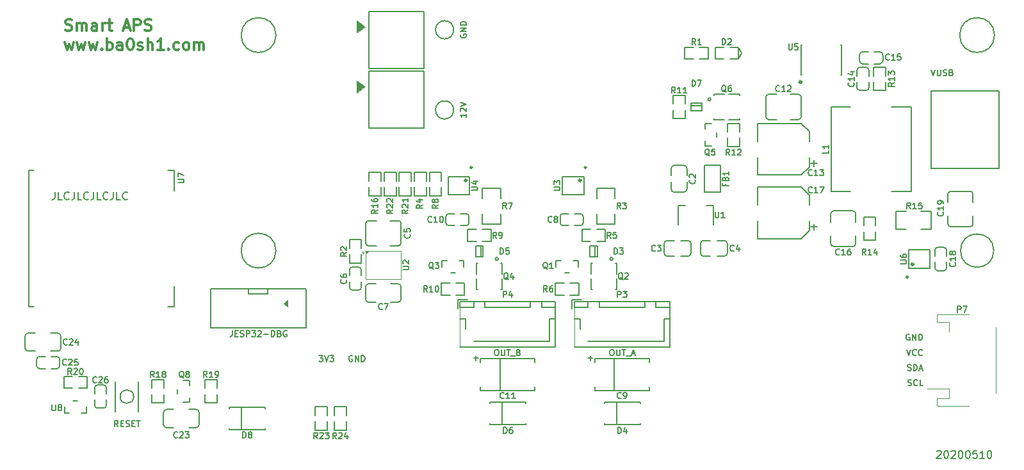
<source format=gto>
G04 #@! TF.GenerationSoftware,KiCad,Pcbnew,(5.1.5)-3*
G04 #@! TF.CreationDate,2020-05-10T15:15:20+08:00*
G04 #@! TF.ProjectId,SmartAPS,536d6172-7441-4505-932e-6b696361645f,1.0*
G04 #@! TF.SameCoordinates,PX5f5e100PY7bfa480*
G04 #@! TF.FileFunction,Legend,Top*
G04 #@! TF.FilePolarity,Positive*
%FSLAX46Y46*%
G04 Gerber Fmt 4.6, Leading zero omitted, Abs format (unit mm)*
G04 Created by KiCad (PCBNEW (5.1.5)-3) date 2020-05-10 15:15:20*
%MOMM*%
%LPD*%
G04 APERTURE LIST*
%ADD10C,0.150000*%
%ADD11C,0.300000*%
%ADD12C,0.120000*%
%ADD13C,0.200000*%
%ADD14C,0.100000*%
%ADD15C,0.250000*%
%ADD16C,0.350000*%
G04 APERTURE END LIST*
D10*
X118073928Y16900000D02*
X117997738Y16938096D01*
X117883452Y16938096D01*
X117769166Y16900000D01*
X117692976Y16823810D01*
X117654880Y16747620D01*
X117616785Y16595239D01*
X117616785Y16480953D01*
X117654880Y16328572D01*
X117692976Y16252381D01*
X117769166Y16176191D01*
X117883452Y16138096D01*
X117959642Y16138096D01*
X118073928Y16176191D01*
X118112023Y16214286D01*
X118112023Y16480953D01*
X117959642Y16480953D01*
X118454880Y16138096D02*
X118454880Y16938096D01*
X118912023Y16138096D01*
X118912023Y16938096D01*
X119292976Y16138096D02*
X119292976Y16938096D01*
X119483452Y16938096D01*
X119597738Y16900000D01*
X119673928Y16823810D01*
X119712023Y16747620D01*
X119750119Y16595239D01*
X119750119Y16480953D01*
X119712023Y16328572D01*
X119673928Y16252381D01*
X119597738Y16176191D01*
X119483452Y16138096D01*
X119292976Y16138096D01*
X117692976Y14938096D02*
X117959642Y14138096D01*
X118226309Y14938096D01*
X118950119Y14214286D02*
X118912023Y14176191D01*
X118797738Y14138096D01*
X118721547Y14138096D01*
X118607261Y14176191D01*
X118531071Y14252381D01*
X118492976Y14328572D01*
X118454880Y14480953D01*
X118454880Y14595239D01*
X118492976Y14747620D01*
X118531071Y14823810D01*
X118607261Y14900000D01*
X118721547Y14938096D01*
X118797738Y14938096D01*
X118912023Y14900000D01*
X118950119Y14861905D01*
X119750119Y14214286D02*
X119712023Y14176191D01*
X119597738Y14138096D01*
X119521547Y14138096D01*
X119407261Y14176191D01*
X119331071Y14252381D01*
X119292976Y14328572D01*
X119254880Y14480953D01*
X119254880Y14595239D01*
X119292976Y14747620D01*
X119331071Y14823810D01*
X119407261Y14900000D01*
X119521547Y14938096D01*
X119597738Y14938096D01*
X119712023Y14900000D01*
X119750119Y14861905D01*
X117807261Y12176191D02*
X117921547Y12138096D01*
X118112023Y12138096D01*
X118188214Y12176191D01*
X118226309Y12214286D01*
X118264404Y12290477D01*
X118264404Y12366667D01*
X118226309Y12442858D01*
X118188214Y12480953D01*
X118112023Y12519048D01*
X117959642Y12557143D01*
X117883452Y12595239D01*
X117845357Y12633334D01*
X117807261Y12709524D01*
X117807261Y12785715D01*
X117845357Y12861905D01*
X117883452Y12900000D01*
X117959642Y12938096D01*
X118150119Y12938096D01*
X118264404Y12900000D01*
X118607261Y12138096D02*
X118607261Y12938096D01*
X118797738Y12938096D01*
X118912023Y12900000D01*
X118988214Y12823810D01*
X119026309Y12747620D01*
X119064404Y12595239D01*
X119064404Y12480953D01*
X119026309Y12328572D01*
X118988214Y12252381D01*
X118912023Y12176191D01*
X118797738Y12138096D01*
X118607261Y12138096D01*
X119369166Y12366667D02*
X119750119Y12366667D01*
X119292976Y12138096D02*
X119559642Y12938096D01*
X119826309Y12138096D01*
X117845357Y10176191D02*
X117959642Y10138096D01*
X118150119Y10138096D01*
X118226309Y10176191D01*
X118264404Y10214286D01*
X118302500Y10290477D01*
X118302500Y10366667D01*
X118264404Y10442858D01*
X118226309Y10480953D01*
X118150119Y10519048D01*
X117997738Y10557143D01*
X117921547Y10595239D01*
X117883452Y10633334D01*
X117845357Y10709524D01*
X117845357Y10785715D01*
X117883452Y10861905D01*
X117921547Y10900000D01*
X117997738Y10938096D01*
X118188214Y10938096D01*
X118302500Y10900000D01*
X119102500Y10214286D02*
X119064404Y10176191D01*
X118950119Y10138096D01*
X118873928Y10138096D01*
X118759642Y10176191D01*
X118683452Y10252381D01*
X118645357Y10328572D01*
X118607261Y10480953D01*
X118607261Y10595239D01*
X118645357Y10747620D01*
X118683452Y10823810D01*
X118759642Y10900000D01*
X118873928Y10938096D01*
X118950119Y10938096D01*
X119064404Y10900000D01*
X119102500Y10861905D01*
X119826309Y10138096D02*
X119445357Y10138096D01*
X119445357Y10938096D01*
X5080952Y35747620D02*
X5080952Y35033334D01*
X5033333Y34890477D01*
X4938095Y34795239D01*
X4795238Y34747620D01*
X4700000Y34747620D01*
X6033333Y34747620D02*
X5557142Y34747620D01*
X5557142Y35747620D01*
X6938095Y34842858D02*
X6890476Y34795239D01*
X6747619Y34747620D01*
X6652380Y34747620D01*
X6509523Y34795239D01*
X6414285Y34890477D01*
X6366666Y34985715D01*
X6319047Y35176191D01*
X6319047Y35319048D01*
X6366666Y35509524D01*
X6414285Y35604762D01*
X6509523Y35700000D01*
X6652380Y35747620D01*
X6747619Y35747620D01*
X6890476Y35700000D01*
X6938095Y35652381D01*
X7652380Y35747620D02*
X7652380Y35033334D01*
X7604761Y34890477D01*
X7509523Y34795239D01*
X7366666Y34747620D01*
X7271428Y34747620D01*
X8604761Y34747620D02*
X8128571Y34747620D01*
X8128571Y35747620D01*
X9509523Y34842858D02*
X9461904Y34795239D01*
X9319047Y34747620D01*
X9223809Y34747620D01*
X9080952Y34795239D01*
X8985714Y34890477D01*
X8938095Y34985715D01*
X8890476Y35176191D01*
X8890476Y35319048D01*
X8938095Y35509524D01*
X8985714Y35604762D01*
X9080952Y35700000D01*
X9223809Y35747620D01*
X9319047Y35747620D01*
X9461904Y35700000D01*
X9509523Y35652381D01*
X10223809Y35747620D02*
X10223809Y35033334D01*
X10176190Y34890477D01*
X10080952Y34795239D01*
X9938095Y34747620D01*
X9842857Y34747620D01*
X11176190Y34747620D02*
X10700000Y34747620D01*
X10700000Y35747620D01*
X12080952Y34842858D02*
X12033333Y34795239D01*
X11890476Y34747620D01*
X11795238Y34747620D01*
X11652380Y34795239D01*
X11557142Y34890477D01*
X11509523Y34985715D01*
X11461904Y35176191D01*
X11461904Y35319048D01*
X11509523Y35509524D01*
X11557142Y35604762D01*
X11652380Y35700000D01*
X11795238Y35747620D01*
X11890476Y35747620D01*
X12033333Y35700000D01*
X12080952Y35652381D01*
X12795238Y35747620D02*
X12795238Y35033334D01*
X12747619Y34890477D01*
X12652380Y34795239D01*
X12509523Y34747620D01*
X12414285Y34747620D01*
X13747619Y34747620D02*
X13271428Y34747620D01*
X13271428Y35747620D01*
X14652380Y34842858D02*
X14604761Y34795239D01*
X14461904Y34747620D01*
X14366666Y34747620D01*
X14223809Y34795239D01*
X14128571Y34890477D01*
X14080952Y34985715D01*
X14033333Y35176191D01*
X14033333Y35319048D01*
X14080952Y35509524D01*
X14128571Y35604762D01*
X14223809Y35700000D01*
X14366666Y35747620D01*
X14461904Y35747620D01*
X14604761Y35700000D01*
X14652380Y35652381D01*
X121680952Y1452381D02*
X121728571Y1500000D01*
X121823809Y1547620D01*
X122061904Y1547620D01*
X122157142Y1500000D01*
X122204761Y1452381D01*
X122252380Y1357143D01*
X122252380Y1261905D01*
X122204761Y1119048D01*
X121633333Y547620D01*
X122252380Y547620D01*
X122871428Y1547620D02*
X122966666Y1547620D01*
X123061904Y1500000D01*
X123109523Y1452381D01*
X123157142Y1357143D01*
X123204761Y1166667D01*
X123204761Y928572D01*
X123157142Y738096D01*
X123109523Y642858D01*
X123061904Y595239D01*
X122966666Y547620D01*
X122871428Y547620D01*
X122776190Y595239D01*
X122728571Y642858D01*
X122680952Y738096D01*
X122633333Y928572D01*
X122633333Y1166667D01*
X122680952Y1357143D01*
X122728571Y1452381D01*
X122776190Y1500000D01*
X122871428Y1547620D01*
X123585714Y1452381D02*
X123633333Y1500000D01*
X123728571Y1547620D01*
X123966666Y1547620D01*
X124061904Y1500000D01*
X124109523Y1452381D01*
X124157142Y1357143D01*
X124157142Y1261905D01*
X124109523Y1119048D01*
X123538095Y547620D01*
X124157142Y547620D01*
X124776190Y1547620D02*
X124871428Y1547620D01*
X124966666Y1500000D01*
X125014285Y1452381D01*
X125061904Y1357143D01*
X125109523Y1166667D01*
X125109523Y928572D01*
X125061904Y738096D01*
X125014285Y642858D01*
X124966666Y595239D01*
X124871428Y547620D01*
X124776190Y547620D01*
X124680952Y595239D01*
X124633333Y642858D01*
X124585714Y738096D01*
X124538095Y928572D01*
X124538095Y1166667D01*
X124585714Y1357143D01*
X124633333Y1452381D01*
X124680952Y1500000D01*
X124776190Y1547620D01*
X125728571Y1547620D02*
X125823809Y1547620D01*
X125919047Y1500000D01*
X125966666Y1452381D01*
X126014285Y1357143D01*
X126061904Y1166667D01*
X126061904Y928572D01*
X126014285Y738096D01*
X125966666Y642858D01*
X125919047Y595239D01*
X125823809Y547620D01*
X125728571Y547620D01*
X125633333Y595239D01*
X125585714Y642858D01*
X125538095Y738096D01*
X125490476Y928572D01*
X125490476Y1166667D01*
X125538095Y1357143D01*
X125585714Y1452381D01*
X125633333Y1500000D01*
X125728571Y1547620D01*
X126966666Y1547620D02*
X126490476Y1547620D01*
X126442857Y1071429D01*
X126490476Y1119048D01*
X126585714Y1166667D01*
X126823809Y1166667D01*
X126919047Y1119048D01*
X126966666Y1071429D01*
X127014285Y976191D01*
X127014285Y738096D01*
X126966666Y642858D01*
X126919047Y595239D01*
X126823809Y547620D01*
X126585714Y547620D01*
X126490476Y595239D01*
X126442857Y642858D01*
X127966666Y547620D02*
X127395238Y547620D01*
X127680952Y547620D02*
X127680952Y1547620D01*
X127585714Y1404762D01*
X127490476Y1309524D01*
X127395238Y1261905D01*
X128585714Y1547620D02*
X128680952Y1547620D01*
X128776190Y1500000D01*
X128823809Y1452381D01*
X128871428Y1357143D01*
X128919047Y1166667D01*
X128919047Y928572D01*
X128871428Y738096D01*
X128823809Y642858D01*
X128776190Y595239D01*
X128680952Y547620D01*
X128585714Y547620D01*
X128490476Y595239D01*
X128442857Y642858D01*
X128395238Y738096D01*
X128347619Y928572D01*
X128347619Y1166667D01*
X128395238Y1357143D01*
X128442857Y1452381D01*
X128490476Y1500000D01*
X128585714Y1547620D01*
D11*
X6480714Y57167858D02*
X6695000Y57096429D01*
X7052142Y57096429D01*
X7195000Y57167858D01*
X7266428Y57239286D01*
X7337857Y57382143D01*
X7337857Y57525000D01*
X7266428Y57667858D01*
X7195000Y57739286D01*
X7052142Y57810715D01*
X6766428Y57882143D01*
X6623571Y57953572D01*
X6552142Y58025000D01*
X6480714Y58167858D01*
X6480714Y58310715D01*
X6552142Y58453572D01*
X6623571Y58525000D01*
X6766428Y58596429D01*
X7123571Y58596429D01*
X7337857Y58525000D01*
X7980714Y57096429D02*
X7980714Y58096429D01*
X7980714Y57953572D02*
X8052142Y58025000D01*
X8195000Y58096429D01*
X8409285Y58096429D01*
X8552142Y58025000D01*
X8623571Y57882143D01*
X8623571Y57096429D01*
X8623571Y57882143D02*
X8695000Y58025000D01*
X8837857Y58096429D01*
X9052142Y58096429D01*
X9195000Y58025000D01*
X9266428Y57882143D01*
X9266428Y57096429D01*
X10623571Y57096429D02*
X10623571Y57882143D01*
X10552142Y58025000D01*
X10409285Y58096429D01*
X10123571Y58096429D01*
X9980714Y58025000D01*
X10623571Y57167858D02*
X10480714Y57096429D01*
X10123571Y57096429D01*
X9980714Y57167858D01*
X9909285Y57310715D01*
X9909285Y57453572D01*
X9980714Y57596429D01*
X10123571Y57667858D01*
X10480714Y57667858D01*
X10623571Y57739286D01*
X11337857Y57096429D02*
X11337857Y58096429D01*
X11337857Y57810715D02*
X11409285Y57953572D01*
X11480714Y58025000D01*
X11623571Y58096429D01*
X11766428Y58096429D01*
X12052142Y58096429D02*
X12623571Y58096429D01*
X12266428Y58596429D02*
X12266428Y57310715D01*
X12337857Y57167858D01*
X12480714Y57096429D01*
X12623571Y57096429D01*
X14195000Y57525000D02*
X14909285Y57525000D01*
X14052142Y57096429D02*
X14552142Y58596429D01*
X15052142Y57096429D01*
X15552142Y57096429D02*
X15552142Y58596429D01*
X16123571Y58596429D01*
X16266428Y58525000D01*
X16337857Y58453572D01*
X16409285Y58310715D01*
X16409285Y58096429D01*
X16337857Y57953572D01*
X16266428Y57882143D01*
X16123571Y57810715D01*
X15552142Y57810715D01*
X16980714Y57167858D02*
X17195000Y57096429D01*
X17552142Y57096429D01*
X17695000Y57167858D01*
X17766428Y57239286D01*
X17837857Y57382143D01*
X17837857Y57525000D01*
X17766428Y57667858D01*
X17695000Y57739286D01*
X17552142Y57810715D01*
X17266428Y57882143D01*
X17123571Y57953572D01*
X17052142Y58025000D01*
X16980714Y58167858D01*
X16980714Y58310715D01*
X17052142Y58453572D01*
X17123571Y58525000D01*
X17266428Y58596429D01*
X17623571Y58596429D01*
X17837857Y58525000D01*
X6409285Y55546429D02*
X6695000Y54546429D01*
X6980714Y55260715D01*
X7266428Y54546429D01*
X7552142Y55546429D01*
X7980714Y55546429D02*
X8266428Y54546429D01*
X8552142Y55260715D01*
X8837857Y54546429D01*
X9123571Y55546429D01*
X9552142Y55546429D02*
X9837857Y54546429D01*
X10123571Y55260715D01*
X10409285Y54546429D01*
X10695000Y55546429D01*
X11266428Y54689286D02*
X11337857Y54617858D01*
X11266428Y54546429D01*
X11195000Y54617858D01*
X11266428Y54689286D01*
X11266428Y54546429D01*
X11980714Y54546429D02*
X11980714Y56046429D01*
X11980714Y55475000D02*
X12123571Y55546429D01*
X12409285Y55546429D01*
X12552142Y55475000D01*
X12623571Y55403572D01*
X12695000Y55260715D01*
X12695000Y54832143D01*
X12623571Y54689286D01*
X12552142Y54617858D01*
X12409285Y54546429D01*
X12123571Y54546429D01*
X11980714Y54617858D01*
X13980714Y54546429D02*
X13980714Y55332143D01*
X13909285Y55475000D01*
X13766428Y55546429D01*
X13480714Y55546429D01*
X13337857Y55475000D01*
X13980714Y54617858D02*
X13837857Y54546429D01*
X13480714Y54546429D01*
X13337857Y54617858D01*
X13266428Y54760715D01*
X13266428Y54903572D01*
X13337857Y55046429D01*
X13480714Y55117858D01*
X13837857Y55117858D01*
X13980714Y55189286D01*
X14980714Y56046429D02*
X15123571Y56046429D01*
X15266428Y55975000D01*
X15337857Y55903572D01*
X15409285Y55760715D01*
X15480714Y55475000D01*
X15480714Y55117858D01*
X15409285Y54832143D01*
X15337857Y54689286D01*
X15266428Y54617858D01*
X15123571Y54546429D01*
X14980714Y54546429D01*
X14837857Y54617858D01*
X14766428Y54689286D01*
X14695000Y54832143D01*
X14623571Y55117858D01*
X14623571Y55475000D01*
X14695000Y55760715D01*
X14766428Y55903572D01*
X14837857Y55975000D01*
X14980714Y56046429D01*
X16052142Y54617858D02*
X16195000Y54546429D01*
X16480714Y54546429D01*
X16623571Y54617858D01*
X16695000Y54760715D01*
X16695000Y54832143D01*
X16623571Y54975000D01*
X16480714Y55046429D01*
X16266428Y55046429D01*
X16123571Y55117858D01*
X16052142Y55260715D01*
X16052142Y55332143D01*
X16123571Y55475000D01*
X16266428Y55546429D01*
X16480714Y55546429D01*
X16623571Y55475000D01*
X17337857Y54546429D02*
X17337857Y56046429D01*
X17980714Y54546429D02*
X17980714Y55332143D01*
X17909285Y55475000D01*
X17766428Y55546429D01*
X17552142Y55546429D01*
X17409285Y55475000D01*
X17337857Y55403572D01*
X19480714Y54546429D02*
X18623571Y54546429D01*
X19052142Y54546429D02*
X19052142Y56046429D01*
X18909285Y55832143D01*
X18766428Y55689286D01*
X18623571Y55617858D01*
X20123571Y54689286D02*
X20195000Y54617858D01*
X20123571Y54546429D01*
X20052142Y54617858D01*
X20123571Y54689286D01*
X20123571Y54546429D01*
X21480714Y54617858D02*
X21337857Y54546429D01*
X21052142Y54546429D01*
X20909285Y54617858D01*
X20837857Y54689286D01*
X20766428Y54832143D01*
X20766428Y55260715D01*
X20837857Y55403572D01*
X20909285Y55475000D01*
X21052142Y55546429D01*
X21337857Y55546429D01*
X21480714Y55475000D01*
X22337857Y54546429D02*
X22195000Y54617858D01*
X22123571Y54689286D01*
X22052142Y54832143D01*
X22052142Y55260715D01*
X22123571Y55403572D01*
X22195000Y55475000D01*
X22337857Y55546429D01*
X22552142Y55546429D01*
X22695000Y55475000D01*
X22766428Y55403572D01*
X22837857Y55260715D01*
X22837857Y54832143D01*
X22766428Y54689286D01*
X22695000Y54617858D01*
X22552142Y54546429D01*
X22337857Y54546429D01*
X23480714Y54546429D02*
X23480714Y55546429D01*
X23480714Y55403572D02*
X23552142Y55475000D01*
X23695000Y55546429D01*
X23909285Y55546429D01*
X24052142Y55475000D01*
X24123571Y55332143D01*
X24123571Y54546429D01*
X24123571Y55332143D02*
X24195000Y55475000D01*
X24337857Y55546429D01*
X24552142Y55546429D01*
X24695000Y55475000D01*
X24766428Y55332143D01*
X24766428Y54546429D01*
D10*
X78652380Y14938096D02*
X78804761Y14938096D01*
X78880952Y14900000D01*
X78957142Y14823810D01*
X78995238Y14671429D01*
X78995238Y14404762D01*
X78957142Y14252381D01*
X78880952Y14176191D01*
X78804761Y14138096D01*
X78652380Y14138096D01*
X78576190Y14176191D01*
X78500000Y14252381D01*
X78461904Y14404762D01*
X78461904Y14671429D01*
X78500000Y14823810D01*
X78576190Y14900000D01*
X78652380Y14938096D01*
X79338095Y14938096D02*
X79338095Y14290477D01*
X79376190Y14214286D01*
X79414285Y14176191D01*
X79490476Y14138096D01*
X79642857Y14138096D01*
X79719047Y14176191D01*
X79757142Y14214286D01*
X79795238Y14290477D01*
X79795238Y14938096D01*
X80061904Y14938096D02*
X80519047Y14938096D01*
X80290476Y14138096D02*
X80290476Y14938096D01*
X80595238Y14061905D02*
X81204761Y14061905D01*
X81357142Y14366667D02*
X81738095Y14366667D01*
X81280952Y14138096D02*
X81547619Y14938096D01*
X81814285Y14138096D01*
X63395238Y14938096D02*
X63547619Y14938096D01*
X63623809Y14900000D01*
X63700000Y14823810D01*
X63738095Y14671429D01*
X63738095Y14404762D01*
X63700000Y14252381D01*
X63623809Y14176191D01*
X63547619Y14138096D01*
X63395238Y14138096D01*
X63319047Y14176191D01*
X63242857Y14252381D01*
X63204761Y14404762D01*
X63204761Y14671429D01*
X63242857Y14823810D01*
X63319047Y14900000D01*
X63395238Y14938096D01*
X64080952Y14938096D02*
X64080952Y14290477D01*
X64119047Y14214286D01*
X64157142Y14176191D01*
X64233333Y14138096D01*
X64385714Y14138096D01*
X64461904Y14176191D01*
X64500000Y14214286D01*
X64538095Y14290477D01*
X64538095Y14938096D01*
X64804761Y14938096D02*
X65261904Y14938096D01*
X65033333Y14138096D02*
X65033333Y14938096D01*
X65338095Y14061905D02*
X65947619Y14061905D01*
X66404761Y14557143D02*
X66519047Y14519048D01*
X66557142Y14480953D01*
X66595238Y14404762D01*
X66595238Y14290477D01*
X66557142Y14214286D01*
X66519047Y14176191D01*
X66442857Y14138096D01*
X66138095Y14138096D01*
X66138095Y14938096D01*
X66404761Y14938096D01*
X66480952Y14900000D01*
X66519047Y14861905D01*
X66557142Y14785715D01*
X66557142Y14709524D01*
X66519047Y14633334D01*
X66480952Y14595239D01*
X66404761Y14557143D01*
X66138095Y14557143D01*
X129300000Y56500000D02*
G75*
G03X129300000Y56500000I-2300000J0D01*
G01*
X34300000Y56500000D02*
G75*
G03X34300000Y56500000I-2300000J0D01*
G01*
X34300000Y28000000D02*
G75*
G03X34300000Y28000000I-2300000J0D01*
G01*
X129200000Y28000000D02*
G75*
G03X129200000Y28000000I-2200000J0D01*
G01*
D12*
X129510000Y9160000D02*
X129510000Y17840000D01*
X123290000Y18540000D02*
X123290000Y17260000D01*
X121690000Y18540000D02*
X123290000Y18540000D01*
X121690000Y19560000D02*
X121690000Y18540000D01*
X125940000Y19560000D02*
X121690000Y19560000D01*
X123290000Y9740000D02*
X120400000Y9740000D01*
X123290000Y8460000D02*
X123290000Y9740000D01*
X121690000Y8460000D02*
X123290000Y8460000D01*
X121690000Y7440000D02*
X121690000Y8460000D01*
X125940000Y7440000D02*
X121690000Y7440000D01*
D13*
X42010000Y4265000D02*
X42010000Y5400000D01*
X43590000Y7335000D02*
X42010000Y7335000D01*
X43590000Y4265000D02*
X42010000Y4265000D01*
X42010000Y6200000D02*
X42010000Y7335000D01*
X43590000Y4265000D02*
X43590000Y5400000D01*
X43590000Y6200000D02*
X43590000Y7335000D01*
X39510000Y4265000D02*
X39510000Y5400000D01*
X41090000Y7335000D02*
X39510000Y7335000D01*
X41090000Y4265000D02*
X39510000Y4265000D01*
X39510000Y6200000D02*
X39510000Y7335000D01*
X41090000Y4265000D02*
X41090000Y5400000D01*
X41090000Y6200000D02*
X41090000Y7335000D01*
D10*
X90600000Y47500000D02*
X90600000Y46500000D01*
X89200000Y47500000D02*
X89200000Y46500000D01*
X89200000Y46500000D02*
X90600000Y46500000D01*
X89200000Y47500000D02*
X90600000Y47500000D01*
X89200000Y47200000D02*
X90600000Y47200000D01*
X61700000Y27200000D02*
X60700000Y27200000D01*
X61700000Y28600000D02*
X60700000Y28600000D01*
X60700000Y28600000D02*
X60700000Y27200000D01*
X61700000Y28600000D02*
X61700000Y27200000D01*
X61400000Y28600000D02*
X61400000Y27200000D01*
X76800000Y27200000D02*
X75800000Y27200000D01*
X76800000Y28600000D02*
X75800000Y28600000D01*
X75800000Y28600000D02*
X75800000Y27200000D01*
X76800000Y28600000D02*
X76800000Y27200000D01*
X76500000Y28600000D02*
X76500000Y27200000D01*
X58350000Y21550000D02*
X58350000Y20300000D01*
X59600000Y21550000D02*
X58350000Y21550000D01*
X70500000Y16050000D02*
X64950000Y16050000D01*
X70500000Y19000000D02*
X70500000Y16050000D01*
X71250000Y19000000D02*
X70500000Y19000000D01*
X64950000Y16050000D02*
X60460000Y16050000D01*
X59400000Y19000000D02*
X59400000Y17660000D01*
X58650000Y19000000D02*
X59400000Y19000000D01*
X71250000Y21250000D02*
X69450000Y21250000D01*
X71250000Y20500000D02*
X71250000Y21250000D01*
X69450000Y20500000D02*
X71250000Y20500000D01*
X69450000Y21250000D02*
X69450000Y20500000D01*
X60450000Y21250000D02*
X58650000Y21250000D01*
X60450000Y20500000D02*
X60450000Y21250000D01*
X58650000Y20500000D02*
X60450000Y20500000D01*
X58650000Y21250000D02*
X58650000Y20500000D01*
X67950000Y21250000D02*
X61950000Y21250000D01*
X67950000Y20500000D02*
X67950000Y21250000D01*
X61950000Y20500000D02*
X67950000Y20500000D01*
X61950000Y21250000D02*
X61950000Y20500000D01*
X71260000Y21260000D02*
X58640000Y21260000D01*
X71260000Y15290000D02*
X71260000Y21260000D01*
X58640000Y15290000D02*
X71260000Y15290000D01*
D12*
X58640000Y21260000D02*
X58640000Y15290000D01*
D10*
X73450000Y21550000D02*
X73450000Y20300000D01*
X74700000Y21550000D02*
X73450000Y21550000D01*
X85600000Y16050000D02*
X80050000Y16050000D01*
X85600000Y19000000D02*
X85600000Y16050000D01*
X86350000Y19000000D02*
X85600000Y19000000D01*
X80050000Y16050000D02*
X75560000Y16050000D01*
X74500000Y19000000D02*
X74500000Y17660000D01*
X73750000Y19000000D02*
X74500000Y19000000D01*
X86350000Y21250000D02*
X84550000Y21250000D01*
X86350000Y20500000D02*
X86350000Y21250000D01*
X84550000Y20500000D02*
X86350000Y20500000D01*
X84550000Y21250000D02*
X84550000Y20500000D01*
X75550000Y21250000D02*
X73750000Y21250000D01*
X75550000Y20500000D02*
X75550000Y21250000D01*
X73750000Y20500000D02*
X75550000Y20500000D01*
X73750000Y21250000D02*
X73750000Y20500000D01*
X83050000Y21250000D02*
X77050000Y21250000D01*
X83050000Y20500000D02*
X83050000Y21250000D01*
X77050000Y20500000D02*
X83050000Y20500000D01*
X77050000Y21250000D02*
X77050000Y20500000D01*
X86360000Y21260000D02*
X73740000Y21260000D01*
X86360000Y15290000D02*
X86360000Y21260000D01*
X73740000Y15290000D02*
X86360000Y15290000D01*
D12*
X73740000Y21260000D02*
X73740000Y15290000D01*
D10*
X129900000Y38900000D02*
X120900000Y38900000D01*
X120900000Y38900000D02*
X120900000Y49100000D01*
X129900000Y49100000D02*
X120900000Y49100000D01*
X129900000Y38900000D02*
X129900000Y49100000D01*
X107700000Y35800000D02*
X110300000Y35800000D01*
X107700000Y47000000D02*
X107700000Y35800000D01*
X110300000Y47000000D02*
X107700000Y47000000D01*
X118300000Y35800000D02*
X115700000Y35800000D01*
X118300000Y47000000D02*
X118300000Y35800000D01*
X115700000Y47000000D02*
X118300000Y47000000D01*
D13*
X93970000Y28935000D02*
X93970000Y27665000D01*
X93570000Y29335000D02*
X92650000Y29335000D01*
X90430000Y28935000D02*
X90430000Y27665000D01*
X91750000Y29335000D02*
X90830000Y29335000D01*
X91750000Y27265000D02*
X90830000Y27265000D01*
X93570000Y27265000D02*
X92650000Y27265000D01*
X93970000Y27664990D02*
G75*
G02X93570000Y27264990I-400000J0D01*
G01*
X93570000Y29335000D02*
G75*
G02X93970000Y28935000I0J-400000D01*
G01*
X90430000Y28935000D02*
G75*
G02X90830000Y29335000I400000J0D01*
G01*
X90830000Y27265000D02*
G75*
G02X90430000Y27665000I0J400000D01*
G01*
X89170000Y28935000D02*
X89170000Y27665000D01*
X88770000Y29335000D02*
X87850000Y29335000D01*
X85630000Y28935000D02*
X85630000Y27665000D01*
X86950000Y29335000D02*
X86030000Y29335000D01*
X86950000Y27265000D02*
X86030000Y27265000D01*
X88770000Y27265000D02*
X87850000Y27265000D01*
X89170000Y27664990D02*
G75*
G02X88770000Y27264990I-400000J0D01*
G01*
X88770000Y29335000D02*
G75*
G02X89170000Y28935000I0J-400000D01*
G01*
X85630000Y28935000D02*
G75*
G02X86030000Y29335000I400000J0D01*
G01*
X86030000Y27265000D02*
G75*
G02X85630000Y27665000I0J400000D01*
G01*
X86965000Y39270000D02*
X88235000Y39270000D01*
X86565000Y38870000D02*
X86565000Y37950000D01*
X86965000Y35730000D02*
X88235000Y35730000D01*
X86565000Y37050000D02*
X86565000Y36130000D01*
X88635000Y37050000D02*
X88635000Y36130000D01*
X88635000Y38870000D02*
X88635000Y37950000D01*
X88235010Y39270000D02*
G75*
G02X88635010Y38870000I0J-400000D01*
G01*
X86565000Y38870000D02*
G75*
G02X86965000Y39270000I400000J0D01*
G01*
X86965000Y35730000D02*
G75*
G02X86565000Y36130000I0J400000D01*
G01*
X88635000Y36130000D02*
G75*
G02X88235000Y35730000I-400000J0D01*
G01*
D14*
G36*
X44950000Y48900000D02*
G01*
X44950000Y50500000D01*
X46050000Y49700000D01*
X44950000Y48900000D01*
G37*
X44950000Y48900000D02*
X44950000Y50500000D01*
X46050000Y49700000D01*
X44950000Y48900000D01*
D10*
X46600000Y51700000D02*
X53900000Y51700000D01*
X53900000Y44200000D02*
X46600000Y44200000D01*
X46600000Y51700000D02*
X46600000Y44200000D01*
X53900000Y51700000D02*
X53900000Y44200000D01*
D14*
G36*
X44950000Y56800000D02*
G01*
X44950000Y58400000D01*
X46050000Y57600000D01*
X44950000Y56800000D01*
G37*
X44950000Y56800000D02*
X44950000Y58400000D01*
X46050000Y57600000D01*
X44950000Y56800000D01*
D10*
X46600000Y59600000D02*
X53900000Y59600000D01*
X53900000Y52100000D02*
X46600000Y52100000D01*
X46600000Y59600000D02*
X46600000Y52100000D01*
X53900000Y59600000D02*
X53900000Y52100000D01*
D14*
G36*
X35300000Y21000000D02*
G01*
X35800000Y20600000D01*
X35800000Y21400000D01*
X35300000Y21000000D01*
G37*
X35300000Y21000000D02*
X35800000Y20600000D01*
X35800000Y21400000D01*
X35300000Y21000000D01*
D10*
X38284800Y22915040D02*
X38284800Y17815040D01*
X38284800Y22915040D02*
X25635000Y22915040D01*
X25635000Y22915040D02*
X25635000Y17815040D01*
X38284800Y17815040D02*
X25635000Y17815040D01*
X33230000Y22905040D02*
X33230000Y22270040D01*
X33230000Y22270040D02*
X30690000Y22270040D01*
X30690000Y22915040D02*
X30690000Y22270040D01*
D13*
X126060000Y31145000D02*
X123540000Y31145000D01*
X126060000Y35855000D02*
X123540000Y35855000D01*
X123140000Y31545000D02*
X123140000Y32600000D01*
X123140000Y34400000D02*
X123140000Y35455000D01*
X126460000Y34400000D02*
X126460000Y35455000D01*
X126460000Y31545000D02*
X126460000Y32600000D01*
X123540000Y31145000D02*
G75*
G02X123140000Y31545000I0J400000D01*
G01*
X126460000Y31545000D02*
G75*
G02X126060000Y31145000I-400000J0D01*
G01*
X126060000Y35855000D02*
G75*
G02X126460000Y35455000I0J-400000D01*
G01*
X123140000Y35455000D02*
G75*
G02X123540000Y35855000I400000J0D01*
G01*
X108040000Y33255000D02*
X110560000Y33255000D01*
X108040000Y28545000D02*
X110560000Y28545000D01*
X110960000Y32855000D02*
X110960000Y31800000D01*
X110960000Y30000000D02*
X110960000Y28945000D01*
X107640000Y30000000D02*
X107640000Y28945000D01*
X107640000Y32855000D02*
X107640000Y31800000D01*
X110560000Y33255000D02*
G75*
G02X110960000Y32855000I0J-400000D01*
G01*
X107640000Y32855000D02*
G75*
G02X108040000Y33255000I400000J0D01*
G01*
X108040000Y28545000D02*
G75*
G02X107640000Y28945000I0J400000D01*
G01*
X110960000Y28945000D02*
G75*
G02X110560000Y28545000I-400000J0D01*
G01*
X103755000Y48260000D02*
X103755000Y45740000D01*
X99045000Y48260000D02*
X99045000Y45740000D01*
X103355000Y45340000D02*
X102300000Y45340000D01*
X100500000Y45340000D02*
X99445000Y45340000D01*
X100500000Y48660000D02*
X99445000Y48660000D01*
X103355000Y48660000D02*
X102300000Y48660000D01*
X103755000Y45740000D02*
G75*
G02X103355000Y45340000I-400000J0D01*
G01*
X103355000Y48660000D02*
G75*
G02X103755000Y48260000I0J-400000D01*
G01*
X99045000Y48260000D02*
G75*
G02X99445000Y48660000I400000J0D01*
G01*
X99445000Y45340000D02*
G75*
G02X99045000Y45740000I0J400000D01*
G01*
X50855000Y31560000D02*
X50855000Y29040000D01*
X46145000Y31560000D02*
X46145000Y29040000D01*
X50455000Y28640000D02*
X49400000Y28640000D01*
X47600000Y28640000D02*
X46545000Y28640000D01*
X47600000Y31960000D02*
X46545000Y31960000D01*
X50455000Y31960000D02*
X49400000Y31960000D01*
X50855000Y29040000D02*
G75*
G02X50455000Y28640000I-400000J0D01*
G01*
X50455000Y31960000D02*
G75*
G02X50855000Y31560000I0J-400000D01*
G01*
X46145000Y31560000D02*
G75*
G02X46545000Y31960000I400000J0D01*
G01*
X46545000Y28640000D02*
G75*
G02X46145000Y29040000I0J400000D01*
G01*
X5455000Y17100000D02*
X4500000Y17100000D01*
X2500000Y17100000D02*
X1545000Y17100000D01*
X2500000Y14700000D02*
X1545000Y14700000D01*
X5455000Y14700000D02*
X4500000Y14700000D01*
X1145000Y16700000D02*
X1145000Y15100000D01*
X5855000Y16700000D02*
X5855000Y15100000D01*
X1545000Y14700000D02*
G75*
G02X1145000Y15100000I0J400000D01*
G01*
X1145000Y16700000D02*
G75*
G02X1545000Y17100000I400000J0D01*
G01*
X5455000Y17100000D02*
G75*
G02X5855000Y16700000I0J-400000D01*
G01*
X5855000Y15100000D02*
G75*
G02X5455000Y14700000I-400000J0D01*
G01*
X23755000Y7000000D02*
X22800000Y7000000D01*
X20800000Y7000000D02*
X19845000Y7000000D01*
X20800000Y4600000D02*
X19845000Y4600000D01*
X23755000Y4600000D02*
X22800000Y4600000D01*
X19445000Y6600000D02*
X19445000Y5000000D01*
X24155000Y6600000D02*
X24155000Y5000000D01*
X19845000Y4600000D02*
G75*
G02X19445000Y5000000I0J400000D01*
G01*
X19445000Y6600000D02*
G75*
G02X19845000Y7000000I400000J0D01*
G01*
X23755000Y7000000D02*
G75*
G02X24155000Y6600000I0J-400000D01*
G01*
X24155000Y5000000D02*
G75*
G02X23755000Y4600000I-400000J0D01*
G01*
X46545000Y21200000D02*
X47500000Y21200000D01*
X49500000Y21200000D02*
X50455000Y21200000D01*
X49500000Y23600000D02*
X50455000Y23600000D01*
X46545000Y23600000D02*
X47500000Y23600000D01*
X50855000Y21600000D02*
X50855000Y23200000D01*
X46145000Y21600000D02*
X46145000Y23200000D01*
X50455000Y23600000D02*
G75*
G02X50855000Y23200000I0J-400000D01*
G01*
X50855000Y21600000D02*
G75*
G02X50455000Y21200000I-400000J0D01*
G01*
X46545000Y21200000D02*
G75*
G02X46145000Y21600000I0J400000D01*
G01*
X46145000Y23200000D02*
G75*
G02X46545000Y23600000I400000J0D01*
G01*
D10*
X1670000Y20600000D02*
X2270000Y20600000D01*
X20870000Y38600000D02*
X19970000Y38600000D01*
X20870000Y20600000D02*
X19970000Y20600000D01*
X1670000Y38600000D02*
X2270000Y38600000D01*
X20870000Y38600000D02*
X20870000Y35900000D01*
X20870000Y20600000D02*
X20870000Y23300000D01*
X1670000Y20600000D02*
X1670000Y38600000D01*
X44410000Y25835000D02*
X45190000Y25835000D01*
X44010000Y23165000D02*
X44010000Y23900000D01*
X45590000Y23165000D02*
X45590000Y23900000D01*
X45590000Y24700000D02*
X45590000Y25435000D01*
X45190000Y22765000D02*
X44410000Y22765000D01*
X44010000Y24700000D02*
X44010000Y25435000D01*
X45190000Y25835000D02*
G75*
G02X45590000Y25435000I0J-400000D01*
G01*
X44010000Y25435000D02*
G75*
G02X44410000Y25835000I400000J0D01*
G01*
X44410000Y22765000D02*
G75*
G02X44010000Y23165000I0J400000D01*
G01*
X45590000Y23165000D02*
G75*
G02X45190000Y22765000I-400000J0D01*
G01*
X111465000Y53110000D02*
X111465000Y53890000D01*
X114135000Y52710000D02*
X113400000Y52710000D01*
X114135000Y54290000D02*
X113400000Y54290000D01*
X112600000Y54290000D02*
X111865000Y54290000D01*
X114535000Y53890000D02*
X114535000Y53110000D01*
X112600000Y52710000D02*
X111865000Y52710000D01*
X111465000Y53890000D02*
G75*
G02X111865000Y54290000I400000J0D01*
G01*
X111865000Y52710000D02*
G75*
G02X111465000Y53110000I0J400000D01*
G01*
X114535000Y53110000D02*
G75*
G02X114135000Y52710000I-400000J0D01*
G01*
X114135000Y54290000D02*
G75*
G02X114535000Y53890000I0J-400000D01*
G01*
X11490000Y7165000D02*
X10710000Y7165000D01*
X11890000Y9835000D02*
X11890000Y9100000D01*
X10310000Y9835000D02*
X10310000Y9100000D01*
X10310000Y8300000D02*
X10310000Y7565000D01*
X10710000Y10235000D02*
X11490000Y10235000D01*
X11890000Y8300000D02*
X11890000Y7565000D01*
X10710000Y7165000D02*
G75*
G02X10310000Y7565000I0J400000D01*
G01*
X11890000Y7565000D02*
G75*
G02X11490000Y7165000I-400000J0D01*
G01*
X11490000Y10235000D02*
G75*
G02X11890000Y9835000I0J-400000D01*
G01*
X10310000Y9835000D02*
G75*
G02X10710000Y10235000I400000J0D01*
G01*
X2665000Y12810000D02*
X2665000Y13590000D01*
X5335000Y12410000D02*
X4600000Y12410000D01*
X5335000Y13990000D02*
X4600000Y13990000D01*
X3800000Y13990000D02*
X3065000Y13990000D01*
X5735000Y13590000D02*
X5735000Y12810000D01*
X3800000Y12410000D02*
X3065000Y12410000D01*
X2665000Y13590000D02*
G75*
G02X3065000Y13990000I400000J0D01*
G01*
X3065000Y12410000D02*
G75*
G02X2665000Y12810000I0J400000D01*
G01*
X5735000Y12810000D02*
G75*
G02X5335000Y12410000I-400000J0D01*
G01*
X5335000Y13990000D02*
G75*
G02X5735000Y13590000I0J-400000D01*
G01*
X121810000Y28435000D02*
X122590000Y28435000D01*
X121410000Y25765000D02*
X121410000Y26500000D01*
X122990000Y25765000D02*
X122990000Y26500000D01*
X122990000Y27300000D02*
X122990000Y28035000D01*
X122590000Y25365000D02*
X121810000Y25365000D01*
X121410000Y27300000D02*
X121410000Y28035000D01*
X122590000Y28435000D02*
G75*
G02X122990000Y28035000I0J-400000D01*
G01*
X121410000Y28035000D02*
G75*
G02X121810000Y28435000I400000J0D01*
G01*
X121810000Y25365000D02*
G75*
G02X121410000Y25765000I0J400000D01*
G01*
X122990000Y25765000D02*
G75*
G02X122590000Y25365000I-400000J0D01*
G01*
X111510000Y52235000D02*
X112290000Y52235000D01*
X111110000Y49565000D02*
X111110000Y50300000D01*
X112690000Y49565000D02*
X112690000Y50300000D01*
X112690000Y51100000D02*
X112690000Y51835000D01*
X112290000Y49165000D02*
X111510000Y49165000D01*
X111110000Y51100000D02*
X111110000Y51835000D01*
X112290000Y52235000D02*
G75*
G02X112690000Y51835000I0J-400000D01*
G01*
X111110000Y51835000D02*
G75*
G02X111510000Y52235000I400000J0D01*
G01*
X111510000Y49165000D02*
G75*
G02X111110000Y49565000I0J400000D01*
G01*
X112690000Y49565000D02*
G75*
G02X112290000Y49165000I-400000J0D01*
G01*
X59835000Y32490000D02*
X59835000Y31710000D01*
X57165000Y32890000D02*
X57900000Y32890000D01*
X57165000Y31310000D02*
X57900000Y31310000D01*
X58700000Y31310000D02*
X59435000Y31310000D01*
X56765000Y31710000D02*
X56765000Y32490000D01*
X58700000Y32890000D02*
X59435000Y32890000D01*
X59835000Y31710000D02*
G75*
G02X59435000Y31310000I-400000J0D01*
G01*
X59435000Y32890000D02*
G75*
G02X59835000Y32490000I0J-400000D01*
G01*
X56765000Y32490000D02*
G75*
G02X57165000Y32890000I400000J0D01*
G01*
X57165000Y31310000D02*
G75*
G02X56765000Y31710000I0J400000D01*
G01*
X74935000Y32490000D02*
X74935000Y31710000D01*
X72265000Y32890000D02*
X73000000Y32890000D01*
X72265000Y31310000D02*
X73000000Y31310000D01*
X73800000Y31310000D02*
X74535000Y31310000D01*
X71865000Y31710000D02*
X71865000Y32490000D01*
X73800000Y32890000D02*
X74535000Y32890000D01*
X74935000Y31710000D02*
G75*
G02X74535000Y31310000I-400000J0D01*
G01*
X74535000Y32890000D02*
G75*
G02X74935000Y32490000I0J-400000D01*
G01*
X71865000Y32490000D02*
G75*
G02X72265000Y32890000I400000J0D01*
G01*
X72265000Y31310000D02*
G75*
G02X71865000Y31710000I0J400000D01*
G01*
X95900000Y54100000D02*
X95435000Y54890000D01*
X93500000Y54890000D02*
X92365000Y54890000D01*
X95435000Y54890000D02*
X94300000Y54890000D01*
X95435000Y53310000D02*
X94300000Y53310000D01*
X95435000Y54890000D02*
X95435000Y53310000D01*
X95900000Y54100000D02*
X95435000Y53310000D01*
X93500000Y53310000D02*
X92365000Y53310000D01*
X92365000Y54890000D02*
X92365000Y53310000D01*
X75000000Y37800000D02*
X75000000Y35400000D01*
X75000000Y35400000D02*
X72200000Y35400000D01*
X72200000Y37800000D02*
X72200000Y35400000D01*
X75000000Y37800000D02*
X72200000Y37800000D01*
D15*
X75325000Y39000000D02*
G75*
G03X75325000Y39000000I-125000J0D01*
G01*
D16*
X74625000Y37300000D02*
G75*
G03X74625000Y37300000I-125000J0D01*
G01*
D10*
X117950000Y25700000D02*
X117950000Y28100000D01*
X117950000Y28100000D02*
X120750000Y28100000D01*
X120750000Y25700000D02*
X120750000Y28100000D01*
X117950000Y25700000D02*
X120750000Y25700000D01*
D15*
X117875000Y24500000D02*
G75*
G03X117875000Y24500000I-125000J0D01*
G01*
D16*
X118575000Y26200000D02*
G75*
G03X118575000Y26200000I-125000J0D01*
G01*
D10*
X59900000Y37800000D02*
X59900000Y35400000D01*
X59900000Y35400000D02*
X57100000Y35400000D01*
X57100000Y37800000D02*
X57100000Y35400000D01*
X59900000Y37800000D02*
X57100000Y37800000D01*
D15*
X60225000Y39000000D02*
G75*
G03X60225000Y39000000I-125000J0D01*
G01*
D16*
X59525000Y37300000D02*
G75*
G03X59525000Y37300000I-125000J0D01*
G01*
D10*
X91200000Y34000000D02*
X92100000Y34000000D01*
X87500000Y34000000D02*
X87500000Y31400000D01*
X92100000Y34000000D02*
X92100000Y31400000D01*
X87500000Y34000000D02*
X88400000Y34000000D01*
D13*
X61600000Y34900000D02*
X61600000Y36255000D01*
X64000000Y34900000D02*
X64000000Y36255000D01*
X64000000Y31545000D02*
X64000000Y32900000D01*
X64000000Y31545000D02*
X61600000Y31545000D01*
X64000000Y36255000D02*
X61600000Y36255000D01*
X61600000Y31545000D02*
X61600000Y32900000D01*
X76700000Y34900000D02*
X76700000Y36255000D01*
X79100000Y34900000D02*
X79100000Y36255000D01*
X79100000Y31545000D02*
X79100000Y32900000D01*
X79100000Y31545000D02*
X76700000Y31545000D01*
X79100000Y36255000D02*
X76700000Y36255000D01*
X76700000Y31545000D02*
X76700000Y32900000D01*
D10*
X21300000Y9700000D02*
X21300000Y9100000D01*
X22850000Y8600000D02*
X22850000Y7940000D01*
X22850000Y10860000D02*
X22850000Y10200000D01*
X22850000Y10860000D02*
X22035000Y10860000D01*
X22850000Y7940000D02*
X22035000Y7940000D01*
X92600000Y43000000D02*
X92600000Y43600000D01*
X91050000Y44100000D02*
X91050000Y44760000D01*
X91050000Y41840000D02*
X91050000Y42500000D01*
X91050000Y41840000D02*
X91865000Y41840000D01*
X91050000Y44760000D02*
X91865000Y44760000D01*
X57400000Y25100000D02*
X58000000Y25100000D01*
X58500000Y26650000D02*
X59160000Y26650000D01*
X56240000Y26650000D02*
X56900000Y26650000D01*
X56240000Y26650000D02*
X56240000Y25835000D01*
X59160000Y26650000D02*
X59160000Y25835000D01*
X72500000Y25100000D02*
X73100000Y25100000D01*
X73600000Y26650000D02*
X74260000Y26650000D01*
X71340000Y26650000D02*
X72000000Y26650000D01*
X71340000Y26650000D02*
X71340000Y25835000D01*
X74260000Y26650000D02*
X74260000Y25835000D01*
X8100000Y8100000D02*
X7500000Y8100000D01*
X7000000Y6550000D02*
X6340000Y6550000D01*
X9260000Y6550000D02*
X8600000Y6550000D01*
X9260000Y6550000D02*
X9260000Y7365000D01*
X6340000Y6550000D02*
X6340000Y7365000D01*
X105443750Y39158750D02*
X105443750Y39946250D01*
X105837500Y39552500D02*
X105050000Y39552500D01*
X104810000Y43745563D02*
X103745563Y44810000D01*
X104810000Y39054437D02*
X103745563Y37990000D01*
X104810000Y39054437D02*
X104810000Y40340000D01*
X104810000Y43745563D02*
X104810000Y42460000D01*
X103745563Y44810000D02*
X97990000Y44810000D01*
X103745563Y37990000D02*
X97990000Y37990000D01*
X97990000Y37990000D02*
X97990000Y40340000D01*
X97990000Y44810000D02*
X97990000Y42460000D01*
X103700000Y51200000D02*
X103800000Y51200000D01*
X103700000Y55200000D02*
X103700000Y51200000D01*
X103800000Y55200000D02*
X103700000Y55200000D01*
X109100000Y55200000D02*
X109000000Y55200000D01*
X109100000Y51200000D02*
X109100000Y55200000D01*
X109000000Y51200000D02*
X109100000Y51200000D01*
D11*
X103800000Y50300000D02*
G75*
G03X103800000Y50300000I-150000J0D01*
G01*
D13*
X48610000Y35265000D02*
X48610000Y36400000D01*
X50190000Y38335000D02*
X48610000Y38335000D01*
X50190000Y35265000D02*
X48610000Y35265000D01*
X48610000Y37200000D02*
X48610000Y38335000D01*
X50190000Y35265000D02*
X50190000Y36400000D01*
X50190000Y37200000D02*
X50190000Y38335000D01*
X50610000Y35265000D02*
X50610000Y36400000D01*
X52190000Y38335000D02*
X50610000Y38335000D01*
X52190000Y35265000D02*
X50610000Y35265000D01*
X50610000Y37200000D02*
X50610000Y38335000D01*
X52190000Y35265000D02*
X52190000Y36400000D01*
X52190000Y37200000D02*
X52190000Y38335000D01*
X6265000Y11390000D02*
X7400000Y11390000D01*
X9335000Y9810000D02*
X9335000Y11390000D01*
X6265000Y9810000D02*
X6265000Y11390000D01*
X8200000Y11390000D02*
X9335000Y11390000D01*
X6265000Y9810000D02*
X7400000Y9810000D01*
X8200000Y9810000D02*
X9335000Y9810000D01*
X26490000Y10935000D02*
X26490000Y9800000D01*
X24910000Y7865000D02*
X26490000Y7865000D01*
X24910000Y10935000D02*
X26490000Y10935000D01*
X26490000Y9000000D02*
X26490000Y7865000D01*
X24910000Y10935000D02*
X24910000Y9800000D01*
X24910000Y9000000D02*
X24910000Y7865000D01*
X19490000Y10935000D02*
X19490000Y9800000D01*
X17910000Y7865000D02*
X19490000Y7865000D01*
X17910000Y10935000D02*
X19490000Y10935000D01*
X19490000Y9000000D02*
X19490000Y7865000D01*
X17910000Y10935000D02*
X17910000Y9800000D01*
X17910000Y9000000D02*
X17910000Y7865000D01*
X48190000Y38335000D02*
X48190000Y37200000D01*
X46610000Y35265000D02*
X48190000Y35265000D01*
X46610000Y38335000D02*
X48190000Y38335000D01*
X48190000Y36400000D02*
X48190000Y35265000D01*
X46610000Y38335000D02*
X46610000Y37200000D01*
X46610000Y36400000D02*
X46610000Y35265000D01*
X117600000Y30800000D02*
X116245000Y30800000D01*
X117600000Y33200000D02*
X116245000Y33200000D01*
X120955000Y33200000D02*
X119600000Y33200000D01*
X120955000Y33200000D02*
X120955000Y30800000D01*
X116245000Y33200000D02*
X116245000Y30800000D01*
X120955000Y30800000D02*
X119600000Y30800000D01*
X113590000Y32435000D02*
X113590000Y31300000D01*
X112010000Y29365000D02*
X113590000Y29365000D01*
X112010000Y32435000D02*
X113590000Y32435000D01*
X113590000Y30500000D02*
X113590000Y29365000D01*
X112010000Y32435000D02*
X112010000Y31300000D01*
X112010000Y30500000D02*
X112010000Y29365000D01*
X113310000Y49165000D02*
X113310000Y50300000D01*
X114890000Y52235000D02*
X113310000Y52235000D01*
X114890000Y49165000D02*
X113310000Y49165000D01*
X113310000Y51100000D02*
X113310000Y52235000D01*
X114890000Y49165000D02*
X114890000Y50300000D01*
X114890000Y51100000D02*
X114890000Y52235000D01*
X95590000Y44835000D02*
X95590000Y43700000D01*
X94010000Y41765000D02*
X95590000Y41765000D01*
X94010000Y44835000D02*
X95590000Y44835000D01*
X95590000Y42900000D02*
X95590000Y41765000D01*
X94010000Y44835000D02*
X94010000Y43700000D01*
X94010000Y42900000D02*
X94010000Y41765000D01*
X88390000Y48535000D02*
X88390000Y47400000D01*
X86810000Y45465000D02*
X88390000Y45465000D01*
X86810000Y48535000D02*
X88390000Y48535000D01*
X88390000Y46600000D02*
X88390000Y45465000D01*
X86810000Y48535000D02*
X86810000Y47400000D01*
X86810000Y46600000D02*
X86810000Y45465000D01*
X59235000Y22110000D02*
X58100000Y22110000D01*
X56165000Y23690000D02*
X56165000Y22110000D01*
X59235000Y23690000D02*
X59235000Y22110000D01*
X57300000Y22110000D02*
X56165000Y22110000D01*
X59235000Y23690000D02*
X58100000Y23690000D01*
X57300000Y23690000D02*
X56165000Y23690000D01*
X62735000Y29210000D02*
X61600000Y29210000D01*
X59665000Y30790000D02*
X59665000Y29210000D01*
X62735000Y30790000D02*
X62735000Y29210000D01*
X60800000Y29210000D02*
X59665000Y29210000D01*
X62735000Y30790000D02*
X61600000Y30790000D01*
X60800000Y30790000D02*
X59665000Y30790000D01*
X56190000Y38335000D02*
X56190000Y37200000D01*
X54610000Y35265000D02*
X56190000Y35265000D01*
X54610000Y38335000D02*
X56190000Y38335000D01*
X56190000Y36400000D02*
X56190000Y35265000D01*
X54610000Y38335000D02*
X54610000Y37200000D01*
X54610000Y36400000D02*
X54610000Y35265000D01*
X74335000Y22110000D02*
X73200000Y22110000D01*
X71265000Y23690000D02*
X71265000Y22110000D01*
X74335000Y23690000D02*
X74335000Y22110000D01*
X72400000Y22110000D02*
X71265000Y22110000D01*
X74335000Y23690000D02*
X73200000Y23690000D01*
X72400000Y23690000D02*
X71265000Y23690000D01*
X77835000Y29210000D02*
X76700000Y29210000D01*
X74765000Y30790000D02*
X74765000Y29210000D01*
X77835000Y30790000D02*
X77835000Y29210000D01*
X75900000Y29210000D02*
X74765000Y29210000D01*
X77835000Y30790000D02*
X76700000Y30790000D01*
X75900000Y30790000D02*
X74765000Y30790000D01*
X54190000Y38335000D02*
X54190000Y37200000D01*
X52610000Y35265000D02*
X54190000Y35265000D01*
X52610000Y38335000D02*
X54190000Y38335000D01*
X54190000Y36400000D02*
X54190000Y35265000D01*
X52610000Y38335000D02*
X52610000Y37200000D01*
X52610000Y36400000D02*
X52610000Y35265000D01*
X44010000Y26365000D02*
X44010000Y27500000D01*
X45590000Y29435000D02*
X44010000Y29435000D01*
X45590000Y26365000D02*
X44010000Y26365000D01*
X44010000Y28300000D02*
X44010000Y29435000D01*
X45590000Y26365000D02*
X45590000Y27500000D01*
X45590000Y28300000D02*
X45590000Y29435000D01*
X91435000Y53310000D02*
X90300000Y53310000D01*
X88365000Y54890000D02*
X88365000Y53310000D01*
X91435000Y54890000D02*
X91435000Y53310000D01*
X89500000Y53310000D02*
X88365000Y53310000D01*
X91435000Y54890000D02*
X90300000Y54890000D01*
X89500000Y54890000D02*
X88365000Y54890000D01*
D10*
X95600000Y48500000D02*
X95600000Y48700000D01*
X92200000Y48700000D02*
X92200000Y48500000D01*
X92200000Y45500000D02*
X92200000Y45300000D01*
X95600000Y45300000D02*
X95600000Y45500000D01*
X91800000Y48000000D02*
G75*
G03X91800000Y48000000I-200000J0D01*
G01*
X95600000Y45300000D02*
X94200000Y45300000D01*
X93600000Y45300000D02*
X92200000Y45300000D01*
X95600000Y48700000D02*
X94200000Y48700000D01*
X93600000Y48700000D02*
X92200000Y48700000D01*
X64000000Y22900000D02*
X64200000Y22900000D01*
X64200000Y26300000D02*
X64000000Y26300000D01*
X61000000Y26300000D02*
X60800000Y26300000D01*
X60800000Y22900000D02*
X61000000Y22900000D01*
X63700000Y26900000D02*
G75*
G03X63700000Y26900000I-200000J0D01*
G01*
X60800000Y22900000D02*
X60800000Y24300000D01*
X60800000Y24900000D02*
X60800000Y26300000D01*
X64200000Y22900000D02*
X64200000Y24300000D01*
X64200000Y24900000D02*
X64200000Y26300000D01*
X79150000Y22900000D02*
X79350000Y22900000D01*
X79350000Y26300000D02*
X79150000Y26300000D01*
X76150000Y26300000D02*
X75950000Y26300000D01*
X75950000Y22900000D02*
X76150000Y22900000D01*
X78850000Y26900000D02*
G75*
G03X78850000Y26900000I-200000J0D01*
G01*
X75950000Y22900000D02*
X75950000Y24300000D01*
X75950000Y24900000D02*
X75950000Y26300000D01*
X79350000Y22900000D02*
X79350000Y24300000D01*
X79350000Y24900000D02*
X79350000Y26300000D01*
X90965000Y39270000D02*
X93035000Y39270000D01*
X93035000Y35730000D02*
X93035000Y39270000D01*
X93035000Y35730000D02*
X90965000Y35730000D01*
X90965000Y35730000D02*
X90965000Y39270000D01*
X28150000Y4300000D02*
X32850000Y4300000D01*
X29750000Y4300000D02*
X29750000Y7300000D01*
X28150000Y7300000D02*
X32850000Y7300000D01*
X28150000Y7100000D02*
X28150000Y7300000D01*
X28150000Y4300000D02*
X28150000Y4500000D01*
X32850000Y4300000D02*
X32850000Y4500000D01*
X32850000Y7100000D02*
X32850000Y7300000D01*
X62600000Y5000000D02*
X67300000Y5000000D01*
X64200000Y5000000D02*
X64200000Y8000000D01*
X62600000Y8000000D02*
X67300000Y8000000D01*
X62600000Y7800000D02*
X62600000Y8000000D01*
X62600000Y5000000D02*
X62600000Y5200000D01*
X67300000Y5000000D02*
X67300000Y5200000D01*
X67300000Y7800000D02*
X67300000Y8000000D01*
X77750000Y5000000D02*
X82450000Y5000000D01*
X79350000Y5000000D02*
X79350000Y8000000D01*
X77750000Y8000000D02*
X82450000Y8000000D01*
X77750000Y7800000D02*
X77750000Y8000000D01*
X77750000Y5000000D02*
X77750000Y5200000D01*
X82450000Y5000000D02*
X82450000Y5200000D01*
X82450000Y7800000D02*
X82450000Y8000000D01*
X105443750Y30758750D02*
X105443750Y31546250D01*
X105837500Y31152500D02*
X105050000Y31152500D01*
X104810000Y35345563D02*
X103745563Y36410000D01*
X104810000Y30654437D02*
X103745563Y29590000D01*
X104810000Y30654437D02*
X104810000Y31940000D01*
X104810000Y35345563D02*
X104810000Y34060000D01*
X103745563Y36410000D02*
X97990000Y36410000D01*
X103745563Y29590000D02*
X97990000Y29590000D01*
X97990000Y29590000D02*
X97990000Y31940000D01*
X97990000Y36410000D02*
X97990000Y34060000D01*
X63950000Y13700000D02*
X63950000Y9500000D01*
X61350000Y9500000D02*
X61350000Y10000000D01*
X68550000Y9500000D02*
X61350000Y9500000D01*
X68550000Y10000000D02*
X68550000Y9500000D01*
X68550000Y13700000D02*
X68550000Y13200000D01*
X61350000Y13700000D02*
X68550000Y13700000D01*
X61350000Y13200000D02*
X61350000Y13700000D01*
X60450000Y13800000D02*
X61050000Y13800000D01*
X60750000Y14100000D02*
X60750000Y13500000D01*
X79050000Y13700000D02*
X79050000Y9500000D01*
X76450000Y9500000D02*
X76450000Y10000000D01*
X83650000Y9500000D02*
X76450000Y9500000D01*
X83650000Y10000000D02*
X83650000Y9500000D01*
X83650000Y13700000D02*
X83650000Y13200000D01*
X76450000Y13700000D02*
X83650000Y13700000D01*
X76450000Y13200000D02*
X76450000Y13700000D01*
X75550000Y13800000D02*
X76150000Y13800000D01*
X75850000Y14100000D02*
X75850000Y13500000D01*
D12*
X46200000Y27950000D02*
X50800000Y27950000D01*
X50800000Y27950000D02*
X50800000Y24250000D01*
X50800000Y24250000D02*
X46200000Y24250000D01*
X46200000Y24250000D02*
X46200000Y27950000D01*
X46350000Y27950000D02*
X46200000Y27800000D01*
X46200000Y27700000D02*
X46450000Y27950000D01*
X46450000Y27950000D02*
X46550000Y27950000D01*
X46550000Y27950000D02*
X46200000Y27600000D01*
X46000000Y27700000D02*
G75*
G03X46000000Y27700000I-150000J0D01*
G01*
D10*
X57800000Y57200000D02*
G75*
G03X57800000Y57200000I-1200000J0D01*
G01*
X57800000Y46600000D02*
G75*
G03X57800000Y46600000I-1200000J0D01*
G01*
X13100000Y10700000D02*
X13100000Y6700000D01*
X16100000Y10700000D02*
X16100000Y6700000D01*
X15500000Y8700000D02*
G75*
G03X15500000Y8700000I-900000J0D01*
G01*
X124409523Y19838096D02*
X124409523Y20638096D01*
X124714285Y20638096D01*
X124790476Y20600000D01*
X124828571Y20561905D01*
X124866666Y20485715D01*
X124866666Y20371429D01*
X124828571Y20295239D01*
X124790476Y20257143D01*
X124714285Y20219048D01*
X124409523Y20219048D01*
X125133333Y20638096D02*
X125666666Y20638096D01*
X125323809Y19838096D01*
X42285714Y3138096D02*
X42019047Y3519048D01*
X41828571Y3138096D02*
X41828571Y3938096D01*
X42133333Y3938096D01*
X42209523Y3900000D01*
X42247619Y3861905D01*
X42285714Y3785715D01*
X42285714Y3671429D01*
X42247619Y3595239D01*
X42209523Y3557143D01*
X42133333Y3519048D01*
X41828571Y3519048D01*
X42590476Y3861905D02*
X42628571Y3900000D01*
X42704761Y3938096D01*
X42895238Y3938096D01*
X42971428Y3900000D01*
X43009523Y3861905D01*
X43047619Y3785715D01*
X43047619Y3709524D01*
X43009523Y3595239D01*
X42552380Y3138096D01*
X43047619Y3138096D01*
X43733333Y3671429D02*
X43733333Y3138096D01*
X43542857Y3976191D02*
X43352380Y3404762D01*
X43847619Y3404762D01*
X39785714Y3138096D02*
X39519047Y3519048D01*
X39328571Y3138096D02*
X39328571Y3938096D01*
X39633333Y3938096D01*
X39709523Y3900000D01*
X39747619Y3861905D01*
X39785714Y3785715D01*
X39785714Y3671429D01*
X39747619Y3595239D01*
X39709523Y3557143D01*
X39633333Y3519048D01*
X39328571Y3519048D01*
X40090476Y3861905D02*
X40128571Y3900000D01*
X40204761Y3938096D01*
X40395238Y3938096D01*
X40471428Y3900000D01*
X40509523Y3861905D01*
X40547619Y3785715D01*
X40547619Y3709524D01*
X40509523Y3595239D01*
X40052380Y3138096D01*
X40547619Y3138096D01*
X40814285Y3938096D02*
X41309523Y3938096D01*
X41042857Y3633334D01*
X41157142Y3633334D01*
X41233333Y3595239D01*
X41271428Y3557143D01*
X41309523Y3480953D01*
X41309523Y3290477D01*
X41271428Y3214286D01*
X41233333Y3176191D01*
X41157142Y3138096D01*
X40928571Y3138096D01*
X40852380Y3176191D01*
X40814285Y3214286D01*
X89309523Y49738096D02*
X89309523Y50538096D01*
X89500000Y50538096D01*
X89614285Y50500000D01*
X89690476Y50423810D01*
X89728571Y50347620D01*
X89766666Y50195239D01*
X89766666Y50080953D01*
X89728571Y49928572D01*
X89690476Y49852381D01*
X89614285Y49776191D01*
X89500000Y49738096D01*
X89309523Y49738096D01*
X90033333Y50538096D02*
X90566666Y50538096D01*
X90223809Y49738096D01*
X63909523Y27538096D02*
X63909523Y28338096D01*
X64100000Y28338096D01*
X64214285Y28300000D01*
X64290476Y28223810D01*
X64328571Y28147620D01*
X64366666Y27995239D01*
X64366666Y27880953D01*
X64328571Y27728572D01*
X64290476Y27652381D01*
X64214285Y27576191D01*
X64100000Y27538096D01*
X63909523Y27538096D01*
X65090476Y28338096D02*
X64709523Y28338096D01*
X64671428Y27957143D01*
X64709523Y27995239D01*
X64785714Y28033334D01*
X64976190Y28033334D01*
X65052380Y27995239D01*
X65090476Y27957143D01*
X65128571Y27880953D01*
X65128571Y27690477D01*
X65090476Y27614286D01*
X65052380Y27576191D01*
X64976190Y27538096D01*
X64785714Y27538096D01*
X64709523Y27576191D01*
X64671428Y27614286D01*
X79009523Y27538096D02*
X79009523Y28338096D01*
X79200000Y28338096D01*
X79314285Y28300000D01*
X79390476Y28223810D01*
X79428571Y28147620D01*
X79466666Y27995239D01*
X79466666Y27880953D01*
X79428571Y27728572D01*
X79390476Y27652381D01*
X79314285Y27576191D01*
X79200000Y27538096D01*
X79009523Y27538096D01*
X79733333Y28338096D02*
X80228571Y28338096D01*
X79961904Y28033334D01*
X80076190Y28033334D01*
X80152380Y27995239D01*
X80190476Y27957143D01*
X80228571Y27880953D01*
X80228571Y27690477D01*
X80190476Y27614286D01*
X80152380Y27576191D01*
X80076190Y27538096D01*
X79847619Y27538096D01*
X79771428Y27576191D01*
X79733333Y27614286D01*
X64359523Y21838096D02*
X64359523Y22638096D01*
X64664285Y22638096D01*
X64740476Y22600000D01*
X64778571Y22561905D01*
X64816666Y22485715D01*
X64816666Y22371429D01*
X64778571Y22295239D01*
X64740476Y22257143D01*
X64664285Y22219048D01*
X64359523Y22219048D01*
X65502380Y22371429D02*
X65502380Y21838096D01*
X65311904Y22676191D02*
X65121428Y22104762D01*
X65616666Y22104762D01*
X79459523Y21838096D02*
X79459523Y22638096D01*
X79764285Y22638096D01*
X79840476Y22600000D01*
X79878571Y22561905D01*
X79916666Y22485715D01*
X79916666Y22371429D01*
X79878571Y22295239D01*
X79840476Y22257143D01*
X79764285Y22219048D01*
X79459523Y22219048D01*
X80183333Y22638096D02*
X80678571Y22638096D01*
X80411904Y22333334D01*
X80526190Y22333334D01*
X80602380Y22295239D01*
X80640476Y22257143D01*
X80678571Y22180953D01*
X80678571Y21990477D01*
X80640476Y21914286D01*
X80602380Y21876191D01*
X80526190Y21838096D01*
X80297619Y21838096D01*
X80221428Y21876191D01*
X80183333Y21914286D01*
X107361904Y41266667D02*
X107361904Y40885715D01*
X106561904Y40885715D01*
X107361904Y41952381D02*
X107361904Y41495239D01*
X107361904Y41723810D02*
X106561904Y41723810D01*
X106676190Y41647620D01*
X106752380Y41571429D01*
X106790476Y41495239D01*
X94866666Y28014286D02*
X94828571Y27976191D01*
X94714285Y27938096D01*
X94638095Y27938096D01*
X94523809Y27976191D01*
X94447619Y28052381D01*
X94409523Y28128572D01*
X94371428Y28280953D01*
X94371428Y28395239D01*
X94409523Y28547620D01*
X94447619Y28623810D01*
X94523809Y28700000D01*
X94638095Y28738096D01*
X94714285Y28738096D01*
X94828571Y28700000D01*
X94866666Y28661905D01*
X95552380Y28471429D02*
X95552380Y27938096D01*
X95361904Y28776191D02*
X95171428Y28204762D01*
X95666666Y28204762D01*
X84466666Y28014286D02*
X84428571Y27976191D01*
X84314285Y27938096D01*
X84238095Y27938096D01*
X84123809Y27976191D01*
X84047619Y28052381D01*
X84009523Y28128572D01*
X83971428Y28280953D01*
X83971428Y28395239D01*
X84009523Y28547620D01*
X84047619Y28623810D01*
X84123809Y28700000D01*
X84238095Y28738096D01*
X84314285Y28738096D01*
X84428571Y28700000D01*
X84466666Y28661905D01*
X84733333Y28738096D02*
X85228571Y28738096D01*
X84961904Y28433334D01*
X85076190Y28433334D01*
X85152380Y28395239D01*
X85190476Y28357143D01*
X85228571Y28280953D01*
X85228571Y28090477D01*
X85190476Y28014286D01*
X85152380Y27976191D01*
X85076190Y27938096D01*
X84847619Y27938096D01*
X84771428Y27976191D01*
X84733333Y28014286D01*
X89685714Y37366667D02*
X89723809Y37328572D01*
X89761904Y37214286D01*
X89761904Y37138096D01*
X89723809Y37023810D01*
X89647619Y36947620D01*
X89571428Y36909524D01*
X89419047Y36871429D01*
X89304761Y36871429D01*
X89152380Y36909524D01*
X89076190Y36947620D01*
X89000000Y37023810D01*
X88961904Y37138096D01*
X88961904Y37214286D01*
X89000000Y37328572D01*
X89038095Y37366667D01*
X89038095Y37671429D02*
X89000000Y37709524D01*
X88961904Y37785715D01*
X88961904Y37976191D01*
X89000000Y38052381D01*
X89038095Y38090477D01*
X89114285Y38128572D01*
X89190476Y38128572D01*
X89304761Y38090477D01*
X89761904Y37633334D01*
X89761904Y38128572D01*
X28514285Y17438096D02*
X28514285Y16866667D01*
X28476190Y16752381D01*
X28400000Y16676191D01*
X28285714Y16638096D01*
X28209523Y16638096D01*
X28895238Y17057143D02*
X29161904Y17057143D01*
X29276190Y16638096D02*
X28895238Y16638096D01*
X28895238Y17438096D01*
X29276190Y17438096D01*
X29580952Y16676191D02*
X29695238Y16638096D01*
X29885714Y16638096D01*
X29961904Y16676191D01*
X30000000Y16714286D01*
X30038095Y16790477D01*
X30038095Y16866667D01*
X30000000Y16942858D01*
X29961904Y16980953D01*
X29885714Y17019048D01*
X29733333Y17057143D01*
X29657142Y17095239D01*
X29619047Y17133334D01*
X29580952Y17209524D01*
X29580952Y17285715D01*
X29619047Y17361905D01*
X29657142Y17400000D01*
X29733333Y17438096D01*
X29923809Y17438096D01*
X30038095Y17400000D01*
X30380952Y16638096D02*
X30380952Y17438096D01*
X30685714Y17438096D01*
X30761904Y17400000D01*
X30800000Y17361905D01*
X30838095Y17285715D01*
X30838095Y17171429D01*
X30800000Y17095239D01*
X30761904Y17057143D01*
X30685714Y17019048D01*
X30380952Y17019048D01*
X31104761Y17438096D02*
X31600000Y17438096D01*
X31333333Y17133334D01*
X31447619Y17133334D01*
X31523809Y17095239D01*
X31561904Y17057143D01*
X31600000Y16980953D01*
X31600000Y16790477D01*
X31561904Y16714286D01*
X31523809Y16676191D01*
X31447619Y16638096D01*
X31219047Y16638096D01*
X31142857Y16676191D01*
X31104761Y16714286D01*
X31904761Y17361905D02*
X31942857Y17400000D01*
X32019047Y17438096D01*
X32209523Y17438096D01*
X32285714Y17400000D01*
X32323809Y17361905D01*
X32361904Y17285715D01*
X32361904Y17209524D01*
X32323809Y17095239D01*
X31866666Y16638096D01*
X32361904Y16638096D01*
X32704761Y16942858D02*
X33314285Y16942858D01*
X33695238Y16638096D02*
X33695238Y17438096D01*
X33885714Y17438096D01*
X34000000Y17400000D01*
X34076190Y17323810D01*
X34114285Y17247620D01*
X34152380Y17095239D01*
X34152380Y16980953D01*
X34114285Y16828572D01*
X34076190Y16752381D01*
X34000000Y16676191D01*
X33885714Y16638096D01*
X33695238Y16638096D01*
X34761904Y17057143D02*
X34876190Y17019048D01*
X34914285Y16980953D01*
X34952380Y16904762D01*
X34952380Y16790477D01*
X34914285Y16714286D01*
X34876190Y16676191D01*
X34800000Y16638096D01*
X34495238Y16638096D01*
X34495238Y17438096D01*
X34761904Y17438096D01*
X34838095Y17400000D01*
X34876190Y17361905D01*
X34914285Y17285715D01*
X34914285Y17209524D01*
X34876190Y17133334D01*
X34838095Y17095239D01*
X34761904Y17057143D01*
X34495238Y17057143D01*
X35714285Y17400000D02*
X35638095Y17438096D01*
X35523809Y17438096D01*
X35409523Y17400000D01*
X35333333Y17323810D01*
X35295238Y17247620D01*
X35257142Y17095239D01*
X35257142Y16980953D01*
X35295238Y16828572D01*
X35333333Y16752381D01*
X35409523Y16676191D01*
X35523809Y16638096D01*
X35600000Y16638096D01*
X35714285Y16676191D01*
X35752380Y16714286D01*
X35752380Y16980953D01*
X35600000Y16980953D01*
X122485714Y33085715D02*
X122523809Y33047620D01*
X122561904Y32933334D01*
X122561904Y32857143D01*
X122523809Y32742858D01*
X122447619Y32666667D01*
X122371428Y32628572D01*
X122219047Y32590477D01*
X122104761Y32590477D01*
X121952380Y32628572D01*
X121876190Y32666667D01*
X121800000Y32742858D01*
X121761904Y32857143D01*
X121761904Y32933334D01*
X121800000Y33047620D01*
X121838095Y33085715D01*
X122561904Y33847620D02*
X122561904Y33390477D01*
X122561904Y33619048D02*
X121761904Y33619048D01*
X121876190Y33542858D01*
X121952380Y33466667D01*
X121990476Y33390477D01*
X122561904Y34228572D02*
X122561904Y34380953D01*
X122523809Y34457143D01*
X122485714Y34495239D01*
X122371428Y34571429D01*
X122219047Y34609524D01*
X121914285Y34609524D01*
X121838095Y34571429D01*
X121800000Y34533334D01*
X121761904Y34457143D01*
X121761904Y34304762D01*
X121800000Y34228572D01*
X121838095Y34190477D01*
X121914285Y34152381D01*
X122104761Y34152381D01*
X122180952Y34190477D01*
X122219047Y34228572D01*
X122257142Y34304762D01*
X122257142Y34457143D01*
X122219047Y34533334D01*
X122180952Y34571429D01*
X122104761Y34609524D01*
X108785714Y27514286D02*
X108747619Y27476191D01*
X108633333Y27438096D01*
X108557142Y27438096D01*
X108442857Y27476191D01*
X108366666Y27552381D01*
X108328571Y27628572D01*
X108290476Y27780953D01*
X108290476Y27895239D01*
X108328571Y28047620D01*
X108366666Y28123810D01*
X108442857Y28200000D01*
X108557142Y28238096D01*
X108633333Y28238096D01*
X108747619Y28200000D01*
X108785714Y28161905D01*
X109547619Y27438096D02*
X109090476Y27438096D01*
X109319047Y27438096D02*
X109319047Y28238096D01*
X109242857Y28123810D01*
X109166666Y28047620D01*
X109090476Y28009524D01*
X110233333Y28238096D02*
X110080952Y28238096D01*
X110004761Y28200000D01*
X109966666Y28161905D01*
X109890476Y28047620D01*
X109852380Y27895239D01*
X109852380Y27590477D01*
X109890476Y27514286D01*
X109928571Y27476191D01*
X110004761Y27438096D01*
X110157142Y27438096D01*
X110233333Y27476191D01*
X110271428Y27514286D01*
X110309523Y27590477D01*
X110309523Y27780953D01*
X110271428Y27857143D01*
X110233333Y27895239D01*
X110157142Y27933334D01*
X110004761Y27933334D01*
X109928571Y27895239D01*
X109890476Y27857143D01*
X109852380Y27780953D01*
X100885714Y49114286D02*
X100847619Y49076191D01*
X100733333Y49038096D01*
X100657142Y49038096D01*
X100542857Y49076191D01*
X100466666Y49152381D01*
X100428571Y49228572D01*
X100390476Y49380953D01*
X100390476Y49495239D01*
X100428571Y49647620D01*
X100466666Y49723810D01*
X100542857Y49800000D01*
X100657142Y49838096D01*
X100733333Y49838096D01*
X100847619Y49800000D01*
X100885714Y49761905D01*
X101647619Y49038096D02*
X101190476Y49038096D01*
X101419047Y49038096D02*
X101419047Y49838096D01*
X101342857Y49723810D01*
X101266666Y49647620D01*
X101190476Y49609524D01*
X101952380Y49761905D02*
X101990476Y49800000D01*
X102066666Y49838096D01*
X102257142Y49838096D01*
X102333333Y49800000D01*
X102371428Y49761905D01*
X102409523Y49685715D01*
X102409523Y49609524D01*
X102371428Y49495239D01*
X101914285Y49038096D01*
X102409523Y49038096D01*
X51985714Y30166667D02*
X52023809Y30128572D01*
X52061904Y30014286D01*
X52061904Y29938096D01*
X52023809Y29823810D01*
X51947619Y29747620D01*
X51871428Y29709524D01*
X51719047Y29671429D01*
X51604761Y29671429D01*
X51452380Y29709524D01*
X51376190Y29747620D01*
X51300000Y29823810D01*
X51261904Y29938096D01*
X51261904Y30014286D01*
X51300000Y30128572D01*
X51338095Y30166667D01*
X51261904Y30890477D02*
X51261904Y30509524D01*
X51642857Y30471429D01*
X51604761Y30509524D01*
X51566666Y30585715D01*
X51566666Y30776191D01*
X51604761Y30852381D01*
X51642857Y30890477D01*
X51719047Y30928572D01*
X51909523Y30928572D01*
X51985714Y30890477D01*
X52023809Y30852381D01*
X52061904Y30776191D01*
X52061904Y30585715D01*
X52023809Y30509524D01*
X51985714Y30471429D01*
X44390476Y14100000D02*
X44314285Y14138096D01*
X44200000Y14138096D01*
X44085714Y14100000D01*
X44009523Y14023810D01*
X43971428Y13947620D01*
X43933333Y13795239D01*
X43933333Y13680953D01*
X43971428Y13528572D01*
X44009523Y13452381D01*
X44085714Y13376191D01*
X44200000Y13338096D01*
X44276190Y13338096D01*
X44390476Y13376191D01*
X44428571Y13414286D01*
X44428571Y13680953D01*
X44276190Y13680953D01*
X44771428Y13338096D02*
X44771428Y14138096D01*
X45228571Y13338096D01*
X45228571Y14138096D01*
X45609523Y13338096D02*
X45609523Y14138096D01*
X45800000Y14138096D01*
X45914285Y14100000D01*
X45990476Y14023810D01*
X46028571Y13947620D01*
X46066666Y13795239D01*
X46066666Y13680953D01*
X46028571Y13528572D01*
X45990476Y13452381D01*
X45914285Y13376191D01*
X45800000Y13338096D01*
X45609523Y13338096D01*
X120933333Y51938096D02*
X121200000Y51138096D01*
X121466666Y51938096D01*
X121733333Y51938096D02*
X121733333Y51290477D01*
X121771428Y51214286D01*
X121809523Y51176191D01*
X121885714Y51138096D01*
X122038095Y51138096D01*
X122114285Y51176191D01*
X122152380Y51214286D01*
X122190476Y51290477D01*
X122190476Y51938096D01*
X122533333Y51176191D02*
X122647619Y51138096D01*
X122838095Y51138096D01*
X122914285Y51176191D01*
X122952380Y51214286D01*
X122990476Y51290477D01*
X122990476Y51366667D01*
X122952380Y51442858D01*
X122914285Y51480953D01*
X122838095Y51519048D01*
X122685714Y51557143D01*
X122609523Y51595239D01*
X122571428Y51633334D01*
X122533333Y51709524D01*
X122533333Y51785715D01*
X122571428Y51861905D01*
X122609523Y51900000D01*
X122685714Y51938096D01*
X122876190Y51938096D01*
X122990476Y51900000D01*
X123600000Y51557143D02*
X123714285Y51519048D01*
X123752380Y51480953D01*
X123790476Y51404762D01*
X123790476Y51290477D01*
X123752380Y51214286D01*
X123714285Y51176191D01*
X123638095Y51138096D01*
X123333333Y51138096D01*
X123333333Y51938096D01*
X123600000Y51938096D01*
X123676190Y51900000D01*
X123714285Y51861905D01*
X123752380Y51785715D01*
X123752380Y51709524D01*
X123714285Y51633334D01*
X123676190Y51595239D01*
X123600000Y51557143D01*
X123333333Y51557143D01*
X40009523Y14138096D02*
X40504761Y14138096D01*
X40238095Y13833334D01*
X40352380Y13833334D01*
X40428571Y13795239D01*
X40466666Y13757143D01*
X40504761Y13680953D01*
X40504761Y13490477D01*
X40466666Y13414286D01*
X40428571Y13376191D01*
X40352380Y13338096D01*
X40123809Y13338096D01*
X40047619Y13376191D01*
X40009523Y13414286D01*
X40733333Y14138096D02*
X41000000Y13338096D01*
X41266666Y14138096D01*
X41457142Y14138096D02*
X41952380Y14138096D01*
X41685714Y13833334D01*
X41800000Y13833334D01*
X41876190Y13795239D01*
X41914285Y13757143D01*
X41952380Y13680953D01*
X41952380Y13490477D01*
X41914285Y13414286D01*
X41876190Y13376191D01*
X41800000Y13338096D01*
X41571428Y13338096D01*
X41495238Y13376191D01*
X41457142Y13414286D01*
X6685714Y15614286D02*
X6647619Y15576191D01*
X6533333Y15538096D01*
X6457142Y15538096D01*
X6342857Y15576191D01*
X6266666Y15652381D01*
X6228571Y15728572D01*
X6190476Y15880953D01*
X6190476Y15995239D01*
X6228571Y16147620D01*
X6266666Y16223810D01*
X6342857Y16300000D01*
X6457142Y16338096D01*
X6533333Y16338096D01*
X6647619Y16300000D01*
X6685714Y16261905D01*
X6990476Y16261905D02*
X7028571Y16300000D01*
X7104761Y16338096D01*
X7295238Y16338096D01*
X7371428Y16300000D01*
X7409523Y16261905D01*
X7447619Y16185715D01*
X7447619Y16109524D01*
X7409523Y15995239D01*
X6952380Y15538096D01*
X7447619Y15538096D01*
X8133333Y16071429D02*
X8133333Y15538096D01*
X7942857Y16376191D02*
X7752380Y15804762D01*
X8247619Y15804762D01*
X21285714Y3314286D02*
X21247619Y3276191D01*
X21133333Y3238096D01*
X21057142Y3238096D01*
X20942857Y3276191D01*
X20866666Y3352381D01*
X20828571Y3428572D01*
X20790476Y3580953D01*
X20790476Y3695239D01*
X20828571Y3847620D01*
X20866666Y3923810D01*
X20942857Y4000000D01*
X21057142Y4038096D01*
X21133333Y4038096D01*
X21247619Y4000000D01*
X21285714Y3961905D01*
X21590476Y3961905D02*
X21628571Y4000000D01*
X21704761Y4038096D01*
X21895238Y4038096D01*
X21971428Y4000000D01*
X22009523Y3961905D01*
X22047619Y3885715D01*
X22047619Y3809524D01*
X22009523Y3695239D01*
X21552380Y3238096D01*
X22047619Y3238096D01*
X22314285Y4038096D02*
X22809523Y4038096D01*
X22542857Y3733334D01*
X22657142Y3733334D01*
X22733333Y3695239D01*
X22771428Y3657143D01*
X22809523Y3580953D01*
X22809523Y3390477D01*
X22771428Y3314286D01*
X22733333Y3276191D01*
X22657142Y3238096D01*
X22428571Y3238096D01*
X22352380Y3276191D01*
X22314285Y3314286D01*
X48366666Y20314286D02*
X48328571Y20276191D01*
X48214285Y20238096D01*
X48138095Y20238096D01*
X48023809Y20276191D01*
X47947619Y20352381D01*
X47909523Y20428572D01*
X47871428Y20580953D01*
X47871428Y20695239D01*
X47909523Y20847620D01*
X47947619Y20923810D01*
X48023809Y21000000D01*
X48138095Y21038096D01*
X48214285Y21038096D01*
X48328571Y21000000D01*
X48366666Y20961905D01*
X48633333Y21038096D02*
X49166666Y21038096D01*
X48823809Y20238096D01*
X21361904Y36990477D02*
X22009523Y36990477D01*
X22085714Y37028572D01*
X22123809Y37066667D01*
X22161904Y37142858D01*
X22161904Y37295239D01*
X22123809Y37371429D01*
X22085714Y37409524D01*
X22009523Y37447620D01*
X21361904Y37447620D01*
X21361904Y37752381D02*
X21361904Y38285715D01*
X22161904Y37942858D01*
X43585714Y24166667D02*
X43623809Y24128572D01*
X43661904Y24014286D01*
X43661904Y23938096D01*
X43623809Y23823810D01*
X43547619Y23747620D01*
X43471428Y23709524D01*
X43319047Y23671429D01*
X43204761Y23671429D01*
X43052380Y23709524D01*
X42976190Y23747620D01*
X42900000Y23823810D01*
X42861904Y23938096D01*
X42861904Y24014286D01*
X42900000Y24128572D01*
X42938095Y24166667D01*
X42861904Y24852381D02*
X42861904Y24700000D01*
X42900000Y24623810D01*
X42938095Y24585715D01*
X43052380Y24509524D01*
X43204761Y24471429D01*
X43509523Y24471429D01*
X43585714Y24509524D01*
X43623809Y24547620D01*
X43661904Y24623810D01*
X43661904Y24776191D01*
X43623809Y24852381D01*
X43585714Y24890477D01*
X43509523Y24928572D01*
X43319047Y24928572D01*
X43242857Y24890477D01*
X43204761Y24852381D01*
X43166666Y24776191D01*
X43166666Y24623810D01*
X43204761Y24547620D01*
X43242857Y24509524D01*
X43319047Y24471429D01*
X115385714Y53264286D02*
X115347619Y53226191D01*
X115233333Y53188096D01*
X115157142Y53188096D01*
X115042857Y53226191D01*
X114966666Y53302381D01*
X114928571Y53378572D01*
X114890476Y53530953D01*
X114890476Y53645239D01*
X114928571Y53797620D01*
X114966666Y53873810D01*
X115042857Y53950000D01*
X115157142Y53988096D01*
X115233333Y53988096D01*
X115347619Y53950000D01*
X115385714Y53911905D01*
X116147619Y53188096D02*
X115690476Y53188096D01*
X115919047Y53188096D02*
X115919047Y53988096D01*
X115842857Y53873810D01*
X115766666Y53797620D01*
X115690476Y53759524D01*
X116871428Y53988096D02*
X116490476Y53988096D01*
X116452380Y53607143D01*
X116490476Y53645239D01*
X116566666Y53683334D01*
X116757142Y53683334D01*
X116833333Y53645239D01*
X116871428Y53607143D01*
X116909523Y53530953D01*
X116909523Y53340477D01*
X116871428Y53264286D01*
X116833333Y53226191D01*
X116757142Y53188096D01*
X116566666Y53188096D01*
X116490476Y53226191D01*
X116452380Y53264286D01*
X10585714Y10614286D02*
X10547619Y10576191D01*
X10433333Y10538096D01*
X10357142Y10538096D01*
X10242857Y10576191D01*
X10166666Y10652381D01*
X10128571Y10728572D01*
X10090476Y10880953D01*
X10090476Y10995239D01*
X10128571Y11147620D01*
X10166666Y11223810D01*
X10242857Y11300000D01*
X10357142Y11338096D01*
X10433333Y11338096D01*
X10547619Y11300000D01*
X10585714Y11261905D01*
X10890476Y11261905D02*
X10928571Y11300000D01*
X11004761Y11338096D01*
X11195238Y11338096D01*
X11271428Y11300000D01*
X11309523Y11261905D01*
X11347619Y11185715D01*
X11347619Y11109524D01*
X11309523Y10995239D01*
X10852380Y10538096D01*
X11347619Y10538096D01*
X12033333Y11338096D02*
X11880952Y11338096D01*
X11804761Y11300000D01*
X11766666Y11261905D01*
X11690476Y11147620D01*
X11652380Y10995239D01*
X11652380Y10690477D01*
X11690476Y10614286D01*
X11728571Y10576191D01*
X11804761Y10538096D01*
X11957142Y10538096D01*
X12033333Y10576191D01*
X12071428Y10614286D01*
X12109523Y10690477D01*
X12109523Y10880953D01*
X12071428Y10957143D01*
X12033333Y10995239D01*
X11957142Y11033334D01*
X11804761Y11033334D01*
X11728571Y10995239D01*
X11690476Y10957143D01*
X11652380Y10880953D01*
X6585714Y12914286D02*
X6547619Y12876191D01*
X6433333Y12838096D01*
X6357142Y12838096D01*
X6242857Y12876191D01*
X6166666Y12952381D01*
X6128571Y13028572D01*
X6090476Y13180953D01*
X6090476Y13295239D01*
X6128571Y13447620D01*
X6166666Y13523810D01*
X6242857Y13600000D01*
X6357142Y13638096D01*
X6433333Y13638096D01*
X6547619Y13600000D01*
X6585714Y13561905D01*
X6890476Y13561905D02*
X6928571Y13600000D01*
X7004761Y13638096D01*
X7195238Y13638096D01*
X7271428Y13600000D01*
X7309523Y13561905D01*
X7347619Y13485715D01*
X7347619Y13409524D01*
X7309523Y13295239D01*
X6852380Y12838096D01*
X7347619Y12838096D01*
X8071428Y13638096D02*
X7690476Y13638096D01*
X7652380Y13257143D01*
X7690476Y13295239D01*
X7766666Y13333334D01*
X7957142Y13333334D01*
X8033333Y13295239D01*
X8071428Y13257143D01*
X8109523Y13180953D01*
X8109523Y12990477D01*
X8071428Y12914286D01*
X8033333Y12876191D01*
X7957142Y12838096D01*
X7766666Y12838096D01*
X7690476Y12876191D01*
X7652380Y12914286D01*
X124085714Y26385715D02*
X124123809Y26347620D01*
X124161904Y26233334D01*
X124161904Y26157143D01*
X124123809Y26042858D01*
X124047619Y25966667D01*
X123971428Y25928572D01*
X123819047Y25890477D01*
X123704761Y25890477D01*
X123552380Y25928572D01*
X123476190Y25966667D01*
X123400000Y26042858D01*
X123361904Y26157143D01*
X123361904Y26233334D01*
X123400000Y26347620D01*
X123438095Y26385715D01*
X124161904Y27147620D02*
X124161904Y26690477D01*
X124161904Y26919048D02*
X123361904Y26919048D01*
X123476190Y26842858D01*
X123552380Y26766667D01*
X123590476Y26690477D01*
X123704761Y27604762D02*
X123666666Y27528572D01*
X123628571Y27490477D01*
X123552380Y27452381D01*
X123514285Y27452381D01*
X123438095Y27490477D01*
X123400000Y27528572D01*
X123361904Y27604762D01*
X123361904Y27757143D01*
X123400000Y27833334D01*
X123438095Y27871429D01*
X123514285Y27909524D01*
X123552380Y27909524D01*
X123628571Y27871429D01*
X123666666Y27833334D01*
X123704761Y27757143D01*
X123704761Y27604762D01*
X123742857Y27528572D01*
X123780952Y27490477D01*
X123857142Y27452381D01*
X124009523Y27452381D01*
X124085714Y27490477D01*
X124123809Y27528572D01*
X124161904Y27604762D01*
X124161904Y27757143D01*
X124123809Y27833334D01*
X124085714Y27871429D01*
X124009523Y27909524D01*
X123857142Y27909524D01*
X123780952Y27871429D01*
X123742857Y27833334D01*
X123704761Y27757143D01*
X110685714Y50185715D02*
X110723809Y50147620D01*
X110761904Y50033334D01*
X110761904Y49957143D01*
X110723809Y49842858D01*
X110647619Y49766667D01*
X110571428Y49728572D01*
X110419047Y49690477D01*
X110304761Y49690477D01*
X110152380Y49728572D01*
X110076190Y49766667D01*
X110000000Y49842858D01*
X109961904Y49957143D01*
X109961904Y50033334D01*
X110000000Y50147620D01*
X110038095Y50185715D01*
X110761904Y50947620D02*
X110761904Y50490477D01*
X110761904Y50719048D02*
X109961904Y50719048D01*
X110076190Y50642858D01*
X110152380Y50566667D01*
X110190476Y50490477D01*
X110228571Y51633334D02*
X110761904Y51633334D01*
X109923809Y51442858D02*
X110495238Y51252381D01*
X110495238Y51747620D01*
X54885714Y31814286D02*
X54847619Y31776191D01*
X54733333Y31738096D01*
X54657142Y31738096D01*
X54542857Y31776191D01*
X54466666Y31852381D01*
X54428571Y31928572D01*
X54390476Y32080953D01*
X54390476Y32195239D01*
X54428571Y32347620D01*
X54466666Y32423810D01*
X54542857Y32500000D01*
X54657142Y32538096D01*
X54733333Y32538096D01*
X54847619Y32500000D01*
X54885714Y32461905D01*
X55647619Y31738096D02*
X55190476Y31738096D01*
X55419047Y31738096D02*
X55419047Y32538096D01*
X55342857Y32423810D01*
X55266666Y32347620D01*
X55190476Y32309524D01*
X56142857Y32538096D02*
X56219047Y32538096D01*
X56295238Y32500000D01*
X56333333Y32461905D01*
X56371428Y32385715D01*
X56409523Y32233334D01*
X56409523Y32042858D01*
X56371428Y31890477D01*
X56333333Y31814286D01*
X56295238Y31776191D01*
X56219047Y31738096D01*
X56142857Y31738096D01*
X56066666Y31776191D01*
X56028571Y31814286D01*
X55990476Y31890477D01*
X55952380Y32042858D01*
X55952380Y32233334D01*
X55990476Y32385715D01*
X56028571Y32461905D01*
X56066666Y32500000D01*
X56142857Y32538096D01*
X70766666Y31814286D02*
X70728571Y31776191D01*
X70614285Y31738096D01*
X70538095Y31738096D01*
X70423809Y31776191D01*
X70347619Y31852381D01*
X70309523Y31928572D01*
X70271428Y32080953D01*
X70271428Y32195239D01*
X70309523Y32347620D01*
X70347619Y32423810D01*
X70423809Y32500000D01*
X70538095Y32538096D01*
X70614285Y32538096D01*
X70728571Y32500000D01*
X70766666Y32461905D01*
X71223809Y32195239D02*
X71147619Y32233334D01*
X71109523Y32271429D01*
X71071428Y32347620D01*
X71071428Y32385715D01*
X71109523Y32461905D01*
X71147619Y32500000D01*
X71223809Y32538096D01*
X71376190Y32538096D01*
X71452380Y32500000D01*
X71490476Y32461905D01*
X71528571Y32385715D01*
X71528571Y32347620D01*
X71490476Y32271429D01*
X71452380Y32233334D01*
X71376190Y32195239D01*
X71223809Y32195239D01*
X71147619Y32157143D01*
X71109523Y32119048D01*
X71071428Y32042858D01*
X71071428Y31890477D01*
X71109523Y31814286D01*
X71147619Y31776191D01*
X71223809Y31738096D01*
X71376190Y31738096D01*
X71452380Y31776191D01*
X71490476Y31814286D01*
X71528571Y31890477D01*
X71528571Y32042858D01*
X71490476Y32119048D01*
X71452380Y32157143D01*
X71376190Y32195239D01*
X93309523Y55238096D02*
X93309523Y56038096D01*
X93500000Y56038096D01*
X93614285Y56000000D01*
X93690476Y55923810D01*
X93728571Y55847620D01*
X93766666Y55695239D01*
X93766666Y55580953D01*
X93728571Y55428572D01*
X93690476Y55352381D01*
X93614285Y55276191D01*
X93500000Y55238096D01*
X93309523Y55238096D01*
X94071428Y55961905D02*
X94109523Y56000000D01*
X94185714Y56038096D01*
X94376190Y56038096D01*
X94452380Y56000000D01*
X94490476Y55961905D01*
X94528571Y55885715D01*
X94528571Y55809524D01*
X94490476Y55695239D01*
X94033333Y55238096D01*
X94528571Y55238096D01*
X71061904Y35990477D02*
X71709523Y35990477D01*
X71785714Y36028572D01*
X71823809Y36066667D01*
X71861904Y36142858D01*
X71861904Y36295239D01*
X71823809Y36371429D01*
X71785714Y36409524D01*
X71709523Y36447620D01*
X71061904Y36447620D01*
X71061904Y36752381D02*
X71061904Y37247620D01*
X71366666Y36980953D01*
X71366666Y37095239D01*
X71404761Y37171429D01*
X71442857Y37209524D01*
X71519047Y37247620D01*
X71709523Y37247620D01*
X71785714Y37209524D01*
X71823809Y37171429D01*
X71861904Y37095239D01*
X71861904Y36866667D01*
X71823809Y36790477D01*
X71785714Y36752381D01*
X116861904Y26290477D02*
X117509523Y26290477D01*
X117585714Y26328572D01*
X117623809Y26366667D01*
X117661904Y26442858D01*
X117661904Y26595239D01*
X117623809Y26671429D01*
X117585714Y26709524D01*
X117509523Y26747620D01*
X116861904Y26747620D01*
X116861904Y27471429D02*
X116861904Y27319048D01*
X116900000Y27242858D01*
X116938095Y27204762D01*
X117052380Y27128572D01*
X117204761Y27090477D01*
X117509523Y27090477D01*
X117585714Y27128572D01*
X117623809Y27166667D01*
X117661904Y27242858D01*
X117661904Y27395239D01*
X117623809Y27471429D01*
X117585714Y27509524D01*
X117509523Y27547620D01*
X117319047Y27547620D01*
X117242857Y27509524D01*
X117204761Y27471429D01*
X117166666Y27395239D01*
X117166666Y27242858D01*
X117204761Y27166667D01*
X117242857Y27128572D01*
X117319047Y27090477D01*
X60161904Y35990477D02*
X60809523Y35990477D01*
X60885714Y36028572D01*
X60923809Y36066667D01*
X60961904Y36142858D01*
X60961904Y36295239D01*
X60923809Y36371429D01*
X60885714Y36409524D01*
X60809523Y36447620D01*
X60161904Y36447620D01*
X60428571Y37171429D02*
X60961904Y37171429D01*
X60123809Y36980953D02*
X60695238Y36790477D01*
X60695238Y37285715D01*
X92390476Y33138096D02*
X92390476Y32490477D01*
X92428571Y32414286D01*
X92466666Y32376191D01*
X92542857Y32338096D01*
X92695238Y32338096D01*
X92771428Y32376191D01*
X92809523Y32414286D01*
X92847619Y32490477D01*
X92847619Y33138096D01*
X93647619Y32338096D02*
X93190476Y32338096D01*
X93419047Y32338096D02*
X93419047Y33138096D01*
X93342857Y33023810D01*
X93266666Y32947620D01*
X93190476Y32909524D01*
X64766666Y33538096D02*
X64500000Y33919048D01*
X64309523Y33538096D02*
X64309523Y34338096D01*
X64614285Y34338096D01*
X64690476Y34300000D01*
X64728571Y34261905D01*
X64766666Y34185715D01*
X64766666Y34071429D01*
X64728571Y33995239D01*
X64690476Y33957143D01*
X64614285Y33919048D01*
X64309523Y33919048D01*
X65033333Y34338096D02*
X65566666Y34338096D01*
X65223809Y33538096D01*
X79866666Y33538096D02*
X79600000Y33919048D01*
X79409523Y33538096D02*
X79409523Y34338096D01*
X79714285Y34338096D01*
X79790476Y34300000D01*
X79828571Y34261905D01*
X79866666Y34185715D01*
X79866666Y34071429D01*
X79828571Y33995239D01*
X79790476Y33957143D01*
X79714285Y33919048D01*
X79409523Y33919048D01*
X80133333Y34338096D02*
X80628571Y34338096D01*
X80361904Y34033334D01*
X80476190Y34033334D01*
X80552380Y33995239D01*
X80590476Y33957143D01*
X80628571Y33880953D01*
X80628571Y33690477D01*
X80590476Y33614286D01*
X80552380Y33576191D01*
X80476190Y33538096D01*
X80247619Y33538096D01*
X80171428Y33576191D01*
X80133333Y33614286D01*
X22123809Y11161905D02*
X22047619Y11200000D01*
X21971428Y11276191D01*
X21857142Y11390477D01*
X21780952Y11428572D01*
X21704761Y11428572D01*
X21742857Y11238096D02*
X21666666Y11276191D01*
X21590476Y11352381D01*
X21552380Y11504762D01*
X21552380Y11771429D01*
X21590476Y11923810D01*
X21666666Y12000000D01*
X21742857Y12038096D01*
X21895238Y12038096D01*
X21971428Y12000000D01*
X22047619Y11923810D01*
X22085714Y11771429D01*
X22085714Y11504762D01*
X22047619Y11352381D01*
X21971428Y11276191D01*
X21895238Y11238096D01*
X21742857Y11238096D01*
X22542857Y11695239D02*
X22466666Y11733334D01*
X22428571Y11771429D01*
X22390476Y11847620D01*
X22390476Y11885715D01*
X22428571Y11961905D01*
X22466666Y12000000D01*
X22542857Y12038096D01*
X22695238Y12038096D01*
X22771428Y12000000D01*
X22809523Y11961905D01*
X22847619Y11885715D01*
X22847619Y11847620D01*
X22809523Y11771429D01*
X22771428Y11733334D01*
X22695238Y11695239D01*
X22542857Y11695239D01*
X22466666Y11657143D01*
X22428571Y11619048D01*
X22390476Y11542858D01*
X22390476Y11390477D01*
X22428571Y11314286D01*
X22466666Y11276191D01*
X22542857Y11238096D01*
X22695238Y11238096D01*
X22771428Y11276191D01*
X22809523Y11314286D01*
X22847619Y11390477D01*
X22847619Y11542858D01*
X22809523Y11619048D01*
X22771428Y11657143D01*
X22695238Y11695239D01*
X91623809Y40561905D02*
X91547619Y40600000D01*
X91471428Y40676191D01*
X91357142Y40790477D01*
X91280952Y40828572D01*
X91204761Y40828572D01*
X91242857Y40638096D02*
X91166666Y40676191D01*
X91090476Y40752381D01*
X91052380Y40904762D01*
X91052380Y41171429D01*
X91090476Y41323810D01*
X91166666Y41400000D01*
X91242857Y41438096D01*
X91395238Y41438096D01*
X91471428Y41400000D01*
X91547619Y41323810D01*
X91585714Y41171429D01*
X91585714Y40904762D01*
X91547619Y40752381D01*
X91471428Y40676191D01*
X91395238Y40638096D01*
X91242857Y40638096D01*
X92309523Y41438096D02*
X91928571Y41438096D01*
X91890476Y41057143D01*
X91928571Y41095239D01*
X92004761Y41133334D01*
X92195238Y41133334D01*
X92271428Y41095239D01*
X92309523Y41057143D01*
X92347619Y40980953D01*
X92347619Y40790477D01*
X92309523Y40714286D01*
X92271428Y40676191D01*
X92195238Y40638096D01*
X92004761Y40638096D01*
X91928571Y40676191D01*
X91890476Y40714286D01*
X55123809Y25561905D02*
X55047619Y25600000D01*
X54971428Y25676191D01*
X54857142Y25790477D01*
X54780952Y25828572D01*
X54704761Y25828572D01*
X54742857Y25638096D02*
X54666666Y25676191D01*
X54590476Y25752381D01*
X54552380Y25904762D01*
X54552380Y26171429D01*
X54590476Y26323810D01*
X54666666Y26400000D01*
X54742857Y26438096D01*
X54895238Y26438096D01*
X54971428Y26400000D01*
X55047619Y26323810D01*
X55085714Y26171429D01*
X55085714Y25904762D01*
X55047619Y25752381D01*
X54971428Y25676191D01*
X54895238Y25638096D01*
X54742857Y25638096D01*
X55352380Y26438096D02*
X55847619Y26438096D01*
X55580952Y26133334D01*
X55695238Y26133334D01*
X55771428Y26095239D01*
X55809523Y26057143D01*
X55847619Y25980953D01*
X55847619Y25790477D01*
X55809523Y25714286D01*
X55771428Y25676191D01*
X55695238Y25638096D01*
X55466666Y25638096D01*
X55390476Y25676191D01*
X55352380Y25714286D01*
X70223809Y25561905D02*
X70147619Y25600000D01*
X70071428Y25676191D01*
X69957142Y25790477D01*
X69880952Y25828572D01*
X69804761Y25828572D01*
X69842857Y25638096D02*
X69766666Y25676191D01*
X69690476Y25752381D01*
X69652380Y25904762D01*
X69652380Y26171429D01*
X69690476Y26323810D01*
X69766666Y26400000D01*
X69842857Y26438096D01*
X69995238Y26438096D01*
X70071428Y26400000D01*
X70147619Y26323810D01*
X70185714Y26171429D01*
X70185714Y25904762D01*
X70147619Y25752381D01*
X70071428Y25676191D01*
X69995238Y25638096D01*
X69842857Y25638096D01*
X70947619Y25638096D02*
X70490476Y25638096D01*
X70719047Y25638096D02*
X70719047Y26438096D01*
X70642857Y26323810D01*
X70566666Y26247620D01*
X70490476Y26209524D01*
X4690476Y7638096D02*
X4690476Y6990477D01*
X4728571Y6914286D01*
X4766666Y6876191D01*
X4842857Y6838096D01*
X4995238Y6838096D01*
X5071428Y6876191D01*
X5109523Y6914286D01*
X5147619Y6990477D01*
X5147619Y7638096D01*
X5642857Y7295239D02*
X5566666Y7333334D01*
X5528571Y7371429D01*
X5490476Y7447620D01*
X5490476Y7485715D01*
X5528571Y7561905D01*
X5566666Y7600000D01*
X5642857Y7638096D01*
X5795238Y7638096D01*
X5871428Y7600000D01*
X5909523Y7561905D01*
X5947619Y7485715D01*
X5947619Y7447620D01*
X5909523Y7371429D01*
X5871428Y7333334D01*
X5795238Y7295239D01*
X5642857Y7295239D01*
X5566666Y7257143D01*
X5528571Y7219048D01*
X5490476Y7142858D01*
X5490476Y6990477D01*
X5528571Y6914286D01*
X5566666Y6876191D01*
X5642857Y6838096D01*
X5795238Y6838096D01*
X5871428Y6876191D01*
X5909523Y6914286D01*
X5947619Y6990477D01*
X5947619Y7142858D01*
X5909523Y7219048D01*
X5871428Y7257143D01*
X5795238Y7295239D01*
X105185714Y38014286D02*
X105147619Y37976191D01*
X105033333Y37938096D01*
X104957142Y37938096D01*
X104842857Y37976191D01*
X104766666Y38052381D01*
X104728571Y38128572D01*
X104690476Y38280953D01*
X104690476Y38395239D01*
X104728571Y38547620D01*
X104766666Y38623810D01*
X104842857Y38700000D01*
X104957142Y38738096D01*
X105033333Y38738096D01*
X105147619Y38700000D01*
X105185714Y38661905D01*
X105947619Y37938096D02*
X105490476Y37938096D01*
X105719047Y37938096D02*
X105719047Y38738096D01*
X105642857Y38623810D01*
X105566666Y38547620D01*
X105490476Y38509524D01*
X106214285Y38738096D02*
X106709523Y38738096D01*
X106442857Y38433334D01*
X106557142Y38433334D01*
X106633333Y38395239D01*
X106671428Y38357143D01*
X106709523Y38280953D01*
X106709523Y38090477D01*
X106671428Y38014286D01*
X106633333Y37976191D01*
X106557142Y37938096D01*
X106328571Y37938096D01*
X106252380Y37976191D01*
X106214285Y38014286D01*
X102090476Y55338096D02*
X102090476Y54690477D01*
X102128571Y54614286D01*
X102166666Y54576191D01*
X102242857Y54538096D01*
X102395238Y54538096D01*
X102471428Y54576191D01*
X102509523Y54614286D01*
X102547619Y54690477D01*
X102547619Y55338096D01*
X103309523Y55338096D02*
X102928571Y55338096D01*
X102890476Y54957143D01*
X102928571Y54995239D01*
X103004761Y55033334D01*
X103195238Y55033334D01*
X103271428Y54995239D01*
X103309523Y54957143D01*
X103347619Y54880953D01*
X103347619Y54690477D01*
X103309523Y54614286D01*
X103271428Y54576191D01*
X103195238Y54538096D01*
X103004761Y54538096D01*
X102928571Y54576191D01*
X102890476Y54614286D01*
X49761904Y33385715D02*
X49380952Y33119048D01*
X49761904Y32928572D02*
X48961904Y32928572D01*
X48961904Y33233334D01*
X49000000Y33309524D01*
X49038095Y33347620D01*
X49114285Y33385715D01*
X49228571Y33385715D01*
X49304761Y33347620D01*
X49342857Y33309524D01*
X49380952Y33233334D01*
X49380952Y32928572D01*
X49038095Y33690477D02*
X49000000Y33728572D01*
X48961904Y33804762D01*
X48961904Y33995239D01*
X49000000Y34071429D01*
X49038095Y34109524D01*
X49114285Y34147620D01*
X49190476Y34147620D01*
X49304761Y34109524D01*
X49761904Y33652381D01*
X49761904Y34147620D01*
X49038095Y34452381D02*
X49000000Y34490477D01*
X48961904Y34566667D01*
X48961904Y34757143D01*
X49000000Y34833334D01*
X49038095Y34871429D01*
X49114285Y34909524D01*
X49190476Y34909524D01*
X49304761Y34871429D01*
X49761904Y34414286D01*
X49761904Y34909524D01*
X51761904Y33385715D02*
X51380952Y33119048D01*
X51761904Y32928572D02*
X50961904Y32928572D01*
X50961904Y33233334D01*
X51000000Y33309524D01*
X51038095Y33347620D01*
X51114285Y33385715D01*
X51228571Y33385715D01*
X51304761Y33347620D01*
X51342857Y33309524D01*
X51380952Y33233334D01*
X51380952Y32928572D01*
X51038095Y33690477D02*
X51000000Y33728572D01*
X50961904Y33804762D01*
X50961904Y33995239D01*
X51000000Y34071429D01*
X51038095Y34109524D01*
X51114285Y34147620D01*
X51190476Y34147620D01*
X51304761Y34109524D01*
X51761904Y33652381D01*
X51761904Y34147620D01*
X51761904Y34909524D02*
X51761904Y34452381D01*
X51761904Y34680953D02*
X50961904Y34680953D01*
X51076190Y34604762D01*
X51152380Y34528572D01*
X51190476Y34452381D01*
X7285714Y11638096D02*
X7019047Y12019048D01*
X6828571Y11638096D02*
X6828571Y12438096D01*
X7133333Y12438096D01*
X7209523Y12400000D01*
X7247619Y12361905D01*
X7285714Y12285715D01*
X7285714Y12171429D01*
X7247619Y12095239D01*
X7209523Y12057143D01*
X7133333Y12019048D01*
X6828571Y12019048D01*
X7590476Y12361905D02*
X7628571Y12400000D01*
X7704761Y12438096D01*
X7895238Y12438096D01*
X7971428Y12400000D01*
X8009523Y12361905D01*
X8047619Y12285715D01*
X8047619Y12209524D01*
X8009523Y12095239D01*
X7552380Y11638096D01*
X8047619Y11638096D01*
X8542857Y12438096D02*
X8619047Y12438096D01*
X8695238Y12400000D01*
X8733333Y12361905D01*
X8771428Y12285715D01*
X8809523Y12133334D01*
X8809523Y11942858D01*
X8771428Y11790477D01*
X8733333Y11714286D01*
X8695238Y11676191D01*
X8619047Y11638096D01*
X8542857Y11638096D01*
X8466666Y11676191D01*
X8428571Y11714286D01*
X8390476Y11790477D01*
X8352380Y11942858D01*
X8352380Y12133334D01*
X8390476Y12285715D01*
X8428571Y12361905D01*
X8466666Y12400000D01*
X8542857Y12438096D01*
X25185714Y11238096D02*
X24919047Y11619048D01*
X24728571Y11238096D02*
X24728571Y12038096D01*
X25033333Y12038096D01*
X25109523Y12000000D01*
X25147619Y11961905D01*
X25185714Y11885715D01*
X25185714Y11771429D01*
X25147619Y11695239D01*
X25109523Y11657143D01*
X25033333Y11619048D01*
X24728571Y11619048D01*
X25947619Y11238096D02*
X25490476Y11238096D01*
X25719047Y11238096D02*
X25719047Y12038096D01*
X25642857Y11923810D01*
X25566666Y11847620D01*
X25490476Y11809524D01*
X26328571Y11238096D02*
X26480952Y11238096D01*
X26557142Y11276191D01*
X26595238Y11314286D01*
X26671428Y11428572D01*
X26709523Y11580953D01*
X26709523Y11885715D01*
X26671428Y11961905D01*
X26633333Y12000000D01*
X26557142Y12038096D01*
X26404761Y12038096D01*
X26328571Y12000000D01*
X26290476Y11961905D01*
X26252380Y11885715D01*
X26252380Y11695239D01*
X26290476Y11619048D01*
X26328571Y11580953D01*
X26404761Y11542858D01*
X26557142Y11542858D01*
X26633333Y11580953D01*
X26671428Y11619048D01*
X26709523Y11695239D01*
X18185714Y11238096D02*
X17919047Y11619048D01*
X17728571Y11238096D02*
X17728571Y12038096D01*
X18033333Y12038096D01*
X18109523Y12000000D01*
X18147619Y11961905D01*
X18185714Y11885715D01*
X18185714Y11771429D01*
X18147619Y11695239D01*
X18109523Y11657143D01*
X18033333Y11619048D01*
X17728571Y11619048D01*
X18947619Y11238096D02*
X18490476Y11238096D01*
X18719047Y11238096D02*
X18719047Y12038096D01*
X18642857Y11923810D01*
X18566666Y11847620D01*
X18490476Y11809524D01*
X19404761Y11695239D02*
X19328571Y11733334D01*
X19290476Y11771429D01*
X19252380Y11847620D01*
X19252380Y11885715D01*
X19290476Y11961905D01*
X19328571Y12000000D01*
X19404761Y12038096D01*
X19557142Y12038096D01*
X19633333Y12000000D01*
X19671428Y11961905D01*
X19709523Y11885715D01*
X19709523Y11847620D01*
X19671428Y11771429D01*
X19633333Y11733334D01*
X19557142Y11695239D01*
X19404761Y11695239D01*
X19328571Y11657143D01*
X19290476Y11619048D01*
X19252380Y11542858D01*
X19252380Y11390477D01*
X19290476Y11314286D01*
X19328571Y11276191D01*
X19404761Y11238096D01*
X19557142Y11238096D01*
X19633333Y11276191D01*
X19671428Y11314286D01*
X19709523Y11390477D01*
X19709523Y11542858D01*
X19671428Y11619048D01*
X19633333Y11657143D01*
X19557142Y11695239D01*
X47761904Y33385715D02*
X47380952Y33119048D01*
X47761904Y32928572D02*
X46961904Y32928572D01*
X46961904Y33233334D01*
X47000000Y33309524D01*
X47038095Y33347620D01*
X47114285Y33385715D01*
X47228571Y33385715D01*
X47304761Y33347620D01*
X47342857Y33309524D01*
X47380952Y33233334D01*
X47380952Y32928572D01*
X47761904Y34147620D02*
X47761904Y33690477D01*
X47761904Y33919048D02*
X46961904Y33919048D01*
X47076190Y33842858D01*
X47152380Y33766667D01*
X47190476Y33690477D01*
X46961904Y34833334D02*
X46961904Y34680953D01*
X47000000Y34604762D01*
X47038095Y34566667D01*
X47152380Y34490477D01*
X47304761Y34452381D01*
X47609523Y34452381D01*
X47685714Y34490477D01*
X47723809Y34528572D01*
X47761904Y34604762D01*
X47761904Y34757143D01*
X47723809Y34833334D01*
X47685714Y34871429D01*
X47609523Y34909524D01*
X47419047Y34909524D01*
X47342857Y34871429D01*
X47304761Y34833334D01*
X47266666Y34757143D01*
X47266666Y34604762D01*
X47304761Y34528572D01*
X47342857Y34490477D01*
X47419047Y34452381D01*
X118185714Y33538096D02*
X117919047Y33919048D01*
X117728571Y33538096D02*
X117728571Y34338096D01*
X118033333Y34338096D01*
X118109523Y34300000D01*
X118147619Y34261905D01*
X118185714Y34185715D01*
X118185714Y34071429D01*
X118147619Y33995239D01*
X118109523Y33957143D01*
X118033333Y33919048D01*
X117728571Y33919048D01*
X118947619Y33538096D02*
X118490476Y33538096D01*
X118719047Y33538096D02*
X118719047Y34338096D01*
X118642857Y34223810D01*
X118566666Y34147620D01*
X118490476Y34109524D01*
X119671428Y34338096D02*
X119290476Y34338096D01*
X119252380Y33957143D01*
X119290476Y33995239D01*
X119366666Y34033334D01*
X119557142Y34033334D01*
X119633333Y33995239D01*
X119671428Y33957143D01*
X119709523Y33880953D01*
X119709523Y33690477D01*
X119671428Y33614286D01*
X119633333Y33576191D01*
X119557142Y33538096D01*
X119366666Y33538096D01*
X119290476Y33576191D01*
X119252380Y33614286D01*
X112285714Y27438096D02*
X112019047Y27819048D01*
X111828571Y27438096D02*
X111828571Y28238096D01*
X112133333Y28238096D01*
X112209523Y28200000D01*
X112247619Y28161905D01*
X112285714Y28085715D01*
X112285714Y27971429D01*
X112247619Y27895239D01*
X112209523Y27857143D01*
X112133333Y27819048D01*
X111828571Y27819048D01*
X113047619Y27438096D02*
X112590476Y27438096D01*
X112819047Y27438096D02*
X112819047Y28238096D01*
X112742857Y28123810D01*
X112666666Y28047620D01*
X112590476Y28009524D01*
X113733333Y27971429D02*
X113733333Y27438096D01*
X113542857Y28276191D02*
X113352380Y27704762D01*
X113847619Y27704762D01*
X116061904Y50185715D02*
X115680952Y49919048D01*
X116061904Y49728572D02*
X115261904Y49728572D01*
X115261904Y50033334D01*
X115300000Y50109524D01*
X115338095Y50147620D01*
X115414285Y50185715D01*
X115528571Y50185715D01*
X115604761Y50147620D01*
X115642857Y50109524D01*
X115680952Y50033334D01*
X115680952Y49728572D01*
X116061904Y50947620D02*
X116061904Y50490477D01*
X116061904Y50719048D02*
X115261904Y50719048D01*
X115376190Y50642858D01*
X115452380Y50566667D01*
X115490476Y50490477D01*
X115261904Y51214286D02*
X115261904Y51709524D01*
X115566666Y51442858D01*
X115566666Y51557143D01*
X115604761Y51633334D01*
X115642857Y51671429D01*
X115719047Y51709524D01*
X115909523Y51709524D01*
X115985714Y51671429D01*
X116023809Y51633334D01*
X116061904Y51557143D01*
X116061904Y51328572D01*
X116023809Y51252381D01*
X115985714Y51214286D01*
X94285714Y40638096D02*
X94019047Y41019048D01*
X93828571Y40638096D02*
X93828571Y41438096D01*
X94133333Y41438096D01*
X94209523Y41400000D01*
X94247619Y41361905D01*
X94285714Y41285715D01*
X94285714Y41171429D01*
X94247619Y41095239D01*
X94209523Y41057143D01*
X94133333Y41019048D01*
X93828571Y41019048D01*
X95047619Y40638096D02*
X94590476Y40638096D01*
X94819047Y40638096D02*
X94819047Y41438096D01*
X94742857Y41323810D01*
X94666666Y41247620D01*
X94590476Y41209524D01*
X95352380Y41361905D02*
X95390476Y41400000D01*
X95466666Y41438096D01*
X95657142Y41438096D01*
X95733333Y41400000D01*
X95771428Y41361905D01*
X95809523Y41285715D01*
X95809523Y41209524D01*
X95771428Y41095239D01*
X95314285Y40638096D01*
X95809523Y40638096D01*
X87085714Y48838096D02*
X86819047Y49219048D01*
X86628571Y48838096D02*
X86628571Y49638096D01*
X86933333Y49638096D01*
X87009523Y49600000D01*
X87047619Y49561905D01*
X87085714Y49485715D01*
X87085714Y49371429D01*
X87047619Y49295239D01*
X87009523Y49257143D01*
X86933333Y49219048D01*
X86628571Y49219048D01*
X87847619Y48838096D02*
X87390476Y48838096D01*
X87619047Y48838096D02*
X87619047Y49638096D01*
X87542857Y49523810D01*
X87466666Y49447620D01*
X87390476Y49409524D01*
X88609523Y48838096D02*
X88152380Y48838096D01*
X88380952Y48838096D02*
X88380952Y49638096D01*
X88304761Y49523810D01*
X88228571Y49447620D01*
X88152380Y49409524D01*
X54285714Y22538096D02*
X54019047Y22919048D01*
X53828571Y22538096D02*
X53828571Y23338096D01*
X54133333Y23338096D01*
X54209523Y23300000D01*
X54247619Y23261905D01*
X54285714Y23185715D01*
X54285714Y23071429D01*
X54247619Y22995239D01*
X54209523Y22957143D01*
X54133333Y22919048D01*
X53828571Y22919048D01*
X55047619Y22538096D02*
X54590476Y22538096D01*
X54819047Y22538096D02*
X54819047Y23338096D01*
X54742857Y23223810D01*
X54666666Y23147620D01*
X54590476Y23109524D01*
X55542857Y23338096D02*
X55619047Y23338096D01*
X55695238Y23300000D01*
X55733333Y23261905D01*
X55771428Y23185715D01*
X55809523Y23033334D01*
X55809523Y22842858D01*
X55771428Y22690477D01*
X55733333Y22614286D01*
X55695238Y22576191D01*
X55619047Y22538096D01*
X55542857Y22538096D01*
X55466666Y22576191D01*
X55428571Y22614286D01*
X55390476Y22690477D01*
X55352380Y22842858D01*
X55352380Y23033334D01*
X55390476Y23185715D01*
X55428571Y23261905D01*
X55466666Y23300000D01*
X55542857Y23338096D01*
X63466666Y29638096D02*
X63200000Y30019048D01*
X63009523Y29638096D02*
X63009523Y30438096D01*
X63314285Y30438096D01*
X63390476Y30400000D01*
X63428571Y30361905D01*
X63466666Y30285715D01*
X63466666Y30171429D01*
X63428571Y30095239D01*
X63390476Y30057143D01*
X63314285Y30019048D01*
X63009523Y30019048D01*
X63847619Y29638096D02*
X64000000Y29638096D01*
X64076190Y29676191D01*
X64114285Y29714286D01*
X64190476Y29828572D01*
X64228571Y29980953D01*
X64228571Y30285715D01*
X64190476Y30361905D01*
X64152380Y30400000D01*
X64076190Y30438096D01*
X63923809Y30438096D01*
X63847619Y30400000D01*
X63809523Y30361905D01*
X63771428Y30285715D01*
X63771428Y30095239D01*
X63809523Y30019048D01*
X63847619Y29980953D01*
X63923809Y29942858D01*
X64076190Y29942858D01*
X64152380Y29980953D01*
X64190476Y30019048D01*
X64228571Y30095239D01*
X55761904Y34066667D02*
X55380952Y33800000D01*
X55761904Y33609524D02*
X54961904Y33609524D01*
X54961904Y33914286D01*
X55000000Y33990477D01*
X55038095Y34028572D01*
X55114285Y34066667D01*
X55228571Y34066667D01*
X55304761Y34028572D01*
X55342857Y33990477D01*
X55380952Y33914286D01*
X55380952Y33609524D01*
X55304761Y34523810D02*
X55266666Y34447620D01*
X55228571Y34409524D01*
X55152380Y34371429D01*
X55114285Y34371429D01*
X55038095Y34409524D01*
X55000000Y34447620D01*
X54961904Y34523810D01*
X54961904Y34676191D01*
X55000000Y34752381D01*
X55038095Y34790477D01*
X55114285Y34828572D01*
X55152380Y34828572D01*
X55228571Y34790477D01*
X55266666Y34752381D01*
X55304761Y34676191D01*
X55304761Y34523810D01*
X55342857Y34447620D01*
X55380952Y34409524D01*
X55457142Y34371429D01*
X55609523Y34371429D01*
X55685714Y34409524D01*
X55723809Y34447620D01*
X55761904Y34523810D01*
X55761904Y34676191D01*
X55723809Y34752381D01*
X55685714Y34790477D01*
X55609523Y34828572D01*
X55457142Y34828572D01*
X55380952Y34790477D01*
X55342857Y34752381D01*
X55304761Y34676191D01*
X70166666Y22538096D02*
X69900000Y22919048D01*
X69709523Y22538096D02*
X69709523Y23338096D01*
X70014285Y23338096D01*
X70090476Y23300000D01*
X70128571Y23261905D01*
X70166666Y23185715D01*
X70166666Y23071429D01*
X70128571Y22995239D01*
X70090476Y22957143D01*
X70014285Y22919048D01*
X69709523Y22919048D01*
X70852380Y23338096D02*
X70700000Y23338096D01*
X70623809Y23300000D01*
X70585714Y23261905D01*
X70509523Y23147620D01*
X70471428Y22995239D01*
X70471428Y22690477D01*
X70509523Y22614286D01*
X70547619Y22576191D01*
X70623809Y22538096D01*
X70776190Y22538096D01*
X70852380Y22576191D01*
X70890476Y22614286D01*
X70928571Y22690477D01*
X70928571Y22880953D01*
X70890476Y22957143D01*
X70852380Y22995239D01*
X70776190Y23033334D01*
X70623809Y23033334D01*
X70547619Y22995239D01*
X70509523Y22957143D01*
X70471428Y22880953D01*
X78566666Y29638096D02*
X78300000Y30019048D01*
X78109523Y29638096D02*
X78109523Y30438096D01*
X78414285Y30438096D01*
X78490476Y30400000D01*
X78528571Y30361905D01*
X78566666Y30285715D01*
X78566666Y30171429D01*
X78528571Y30095239D01*
X78490476Y30057143D01*
X78414285Y30019048D01*
X78109523Y30019048D01*
X79290476Y30438096D02*
X78909523Y30438096D01*
X78871428Y30057143D01*
X78909523Y30095239D01*
X78985714Y30133334D01*
X79176190Y30133334D01*
X79252380Y30095239D01*
X79290476Y30057143D01*
X79328571Y29980953D01*
X79328571Y29790477D01*
X79290476Y29714286D01*
X79252380Y29676191D01*
X79176190Y29638096D01*
X78985714Y29638096D01*
X78909523Y29676191D01*
X78871428Y29714286D01*
X53661904Y34066667D02*
X53280952Y33800000D01*
X53661904Y33609524D02*
X52861904Y33609524D01*
X52861904Y33914286D01*
X52900000Y33990477D01*
X52938095Y34028572D01*
X53014285Y34066667D01*
X53128571Y34066667D01*
X53204761Y34028572D01*
X53242857Y33990477D01*
X53280952Y33914286D01*
X53280952Y33609524D01*
X53128571Y34752381D02*
X53661904Y34752381D01*
X52823809Y34561905D02*
X53395238Y34371429D01*
X53395238Y34866667D01*
X43661904Y27766667D02*
X43280952Y27500000D01*
X43661904Y27309524D02*
X42861904Y27309524D01*
X42861904Y27614286D01*
X42900000Y27690477D01*
X42938095Y27728572D01*
X43014285Y27766667D01*
X43128571Y27766667D01*
X43204761Y27728572D01*
X43242857Y27690477D01*
X43280952Y27614286D01*
X43280952Y27309524D01*
X42938095Y28071429D02*
X42900000Y28109524D01*
X42861904Y28185715D01*
X42861904Y28376191D01*
X42900000Y28452381D01*
X42938095Y28490477D01*
X43014285Y28528572D01*
X43090476Y28528572D01*
X43204761Y28490477D01*
X43661904Y28033334D01*
X43661904Y28528572D01*
X89766666Y55238096D02*
X89500000Y55619048D01*
X89309523Y55238096D02*
X89309523Y56038096D01*
X89614285Y56038096D01*
X89690476Y56000000D01*
X89728571Y55961905D01*
X89766666Y55885715D01*
X89766666Y55771429D01*
X89728571Y55695239D01*
X89690476Y55657143D01*
X89614285Y55619048D01*
X89309523Y55619048D01*
X90528571Y55238096D02*
X90071428Y55238096D01*
X90300000Y55238096D02*
X90300000Y56038096D01*
X90223809Y55923810D01*
X90147619Y55847620D01*
X90071428Y55809524D01*
X93823809Y48961905D02*
X93747619Y49000000D01*
X93671428Y49076191D01*
X93557142Y49190477D01*
X93480952Y49228572D01*
X93404761Y49228572D01*
X93442857Y49038096D02*
X93366666Y49076191D01*
X93290476Y49152381D01*
X93252380Y49304762D01*
X93252380Y49571429D01*
X93290476Y49723810D01*
X93366666Y49800000D01*
X93442857Y49838096D01*
X93595238Y49838096D01*
X93671428Y49800000D01*
X93747619Y49723810D01*
X93785714Y49571429D01*
X93785714Y49304762D01*
X93747619Y49152381D01*
X93671428Y49076191D01*
X93595238Y49038096D01*
X93442857Y49038096D01*
X94471428Y49838096D02*
X94319047Y49838096D01*
X94242857Y49800000D01*
X94204761Y49761905D01*
X94128571Y49647620D01*
X94090476Y49495239D01*
X94090476Y49190477D01*
X94128571Y49114286D01*
X94166666Y49076191D01*
X94242857Y49038096D01*
X94395238Y49038096D01*
X94471428Y49076191D01*
X94509523Y49114286D01*
X94547619Y49190477D01*
X94547619Y49380953D01*
X94509523Y49457143D01*
X94471428Y49495239D01*
X94395238Y49533334D01*
X94242857Y49533334D01*
X94166666Y49495239D01*
X94128571Y49457143D01*
X94090476Y49380953D01*
X65023809Y24161905D02*
X64947619Y24200000D01*
X64871428Y24276191D01*
X64757142Y24390477D01*
X64680952Y24428572D01*
X64604761Y24428572D01*
X64642857Y24238096D02*
X64566666Y24276191D01*
X64490476Y24352381D01*
X64452380Y24504762D01*
X64452380Y24771429D01*
X64490476Y24923810D01*
X64566666Y25000000D01*
X64642857Y25038096D01*
X64795238Y25038096D01*
X64871428Y25000000D01*
X64947619Y24923810D01*
X64985714Y24771429D01*
X64985714Y24504762D01*
X64947619Y24352381D01*
X64871428Y24276191D01*
X64795238Y24238096D01*
X64642857Y24238096D01*
X65671428Y24771429D02*
X65671428Y24238096D01*
X65480952Y25076191D02*
X65290476Y24504762D01*
X65785714Y24504762D01*
X80173809Y24161905D02*
X80097619Y24200000D01*
X80021428Y24276191D01*
X79907142Y24390477D01*
X79830952Y24428572D01*
X79754761Y24428572D01*
X79792857Y24238096D02*
X79716666Y24276191D01*
X79640476Y24352381D01*
X79602380Y24504762D01*
X79602380Y24771429D01*
X79640476Y24923810D01*
X79716666Y25000000D01*
X79792857Y25038096D01*
X79945238Y25038096D01*
X80021428Y25000000D01*
X80097619Y24923810D01*
X80135714Y24771429D01*
X80135714Y24504762D01*
X80097619Y24352381D01*
X80021428Y24276191D01*
X79945238Y24238096D01*
X79792857Y24238096D01*
X80440476Y24961905D02*
X80478571Y25000000D01*
X80554761Y25038096D01*
X80745238Y25038096D01*
X80821428Y25000000D01*
X80859523Y24961905D01*
X80897619Y24885715D01*
X80897619Y24809524D01*
X80859523Y24695239D01*
X80402380Y24238096D01*
X80897619Y24238096D01*
X93742857Y36823334D02*
X93742857Y36556667D01*
X94161904Y36556667D02*
X93361904Y36556667D01*
X93361904Y36937620D01*
X93742857Y37509048D02*
X93780952Y37623334D01*
X93819047Y37661429D01*
X93895238Y37699524D01*
X94009523Y37699524D01*
X94085714Y37661429D01*
X94123809Y37623334D01*
X94161904Y37547143D01*
X94161904Y37242381D01*
X93361904Y37242381D01*
X93361904Y37509048D01*
X93400000Y37585239D01*
X93438095Y37623334D01*
X93514285Y37661429D01*
X93590476Y37661429D01*
X93666666Y37623334D01*
X93704761Y37585239D01*
X93742857Y37509048D01*
X93742857Y37242381D01*
X94161904Y38461429D02*
X94161904Y38004286D01*
X94161904Y38232858D02*
X93361904Y38232858D01*
X93476190Y38156667D01*
X93552380Y38080477D01*
X93590476Y38004286D01*
X29909523Y3238096D02*
X29909523Y4038096D01*
X30100000Y4038096D01*
X30214285Y4000000D01*
X30290476Y3923810D01*
X30328571Y3847620D01*
X30366666Y3695239D01*
X30366666Y3580953D01*
X30328571Y3428572D01*
X30290476Y3352381D01*
X30214285Y3276191D01*
X30100000Y3238096D01*
X29909523Y3238096D01*
X30823809Y3695239D02*
X30747619Y3733334D01*
X30709523Y3771429D01*
X30671428Y3847620D01*
X30671428Y3885715D01*
X30709523Y3961905D01*
X30747619Y4000000D01*
X30823809Y4038096D01*
X30976190Y4038096D01*
X31052380Y4000000D01*
X31090476Y3961905D01*
X31128571Y3885715D01*
X31128571Y3847620D01*
X31090476Y3771429D01*
X31052380Y3733334D01*
X30976190Y3695239D01*
X30823809Y3695239D01*
X30747619Y3657143D01*
X30709523Y3619048D01*
X30671428Y3542858D01*
X30671428Y3390477D01*
X30709523Y3314286D01*
X30747619Y3276191D01*
X30823809Y3238096D01*
X30976190Y3238096D01*
X31052380Y3276191D01*
X31090476Y3314286D01*
X31128571Y3390477D01*
X31128571Y3542858D01*
X31090476Y3619048D01*
X31052380Y3657143D01*
X30976190Y3695239D01*
X64409523Y3838096D02*
X64409523Y4638096D01*
X64600000Y4638096D01*
X64714285Y4600000D01*
X64790476Y4523810D01*
X64828571Y4447620D01*
X64866666Y4295239D01*
X64866666Y4180953D01*
X64828571Y4028572D01*
X64790476Y3952381D01*
X64714285Y3876191D01*
X64600000Y3838096D01*
X64409523Y3838096D01*
X65552380Y4638096D02*
X65400000Y4638096D01*
X65323809Y4600000D01*
X65285714Y4561905D01*
X65209523Y4447620D01*
X65171428Y4295239D01*
X65171428Y3990477D01*
X65209523Y3914286D01*
X65247619Y3876191D01*
X65323809Y3838096D01*
X65476190Y3838096D01*
X65552380Y3876191D01*
X65590476Y3914286D01*
X65628571Y3990477D01*
X65628571Y4180953D01*
X65590476Y4257143D01*
X65552380Y4295239D01*
X65476190Y4333334D01*
X65323809Y4333334D01*
X65247619Y4295239D01*
X65209523Y4257143D01*
X65171428Y4180953D01*
X79509523Y3838096D02*
X79509523Y4638096D01*
X79700000Y4638096D01*
X79814285Y4600000D01*
X79890476Y4523810D01*
X79928571Y4447620D01*
X79966666Y4295239D01*
X79966666Y4180953D01*
X79928571Y4028572D01*
X79890476Y3952381D01*
X79814285Y3876191D01*
X79700000Y3838096D01*
X79509523Y3838096D01*
X80652380Y4371429D02*
X80652380Y3838096D01*
X80461904Y4676191D02*
X80271428Y4104762D01*
X80766666Y4104762D01*
X105185714Y35714286D02*
X105147619Y35676191D01*
X105033333Y35638096D01*
X104957142Y35638096D01*
X104842857Y35676191D01*
X104766666Y35752381D01*
X104728571Y35828572D01*
X104690476Y35980953D01*
X104690476Y36095239D01*
X104728571Y36247620D01*
X104766666Y36323810D01*
X104842857Y36400000D01*
X104957142Y36438096D01*
X105033333Y36438096D01*
X105147619Y36400000D01*
X105185714Y36361905D01*
X105947619Y35638096D02*
X105490476Y35638096D01*
X105719047Y35638096D02*
X105719047Y36438096D01*
X105642857Y36323810D01*
X105566666Y36247620D01*
X105490476Y36209524D01*
X106214285Y36438096D02*
X106747619Y36438096D01*
X106404761Y35638096D01*
X64435714Y8514286D02*
X64397619Y8476191D01*
X64283333Y8438096D01*
X64207142Y8438096D01*
X64092857Y8476191D01*
X64016666Y8552381D01*
X63978571Y8628572D01*
X63940476Y8780953D01*
X63940476Y8895239D01*
X63978571Y9047620D01*
X64016666Y9123810D01*
X64092857Y9200000D01*
X64207142Y9238096D01*
X64283333Y9238096D01*
X64397619Y9200000D01*
X64435714Y9161905D01*
X65197619Y8438096D02*
X64740476Y8438096D01*
X64969047Y8438096D02*
X64969047Y9238096D01*
X64892857Y9123810D01*
X64816666Y9047620D01*
X64740476Y9009524D01*
X65959523Y8438096D02*
X65502380Y8438096D01*
X65730952Y8438096D02*
X65730952Y9238096D01*
X65654761Y9123810D01*
X65578571Y9047620D01*
X65502380Y9009524D01*
X79916666Y8514286D02*
X79878571Y8476191D01*
X79764285Y8438096D01*
X79688095Y8438096D01*
X79573809Y8476191D01*
X79497619Y8552381D01*
X79459523Y8628572D01*
X79421428Y8780953D01*
X79421428Y8895239D01*
X79459523Y9047620D01*
X79497619Y9123810D01*
X79573809Y9200000D01*
X79688095Y9238096D01*
X79764285Y9238096D01*
X79878571Y9200000D01*
X79916666Y9161905D01*
X80297619Y8438096D02*
X80450000Y8438096D01*
X80526190Y8476191D01*
X80564285Y8514286D01*
X80640476Y8628572D01*
X80678571Y8780953D01*
X80678571Y9085715D01*
X80640476Y9161905D01*
X80602380Y9200000D01*
X80526190Y9238096D01*
X80373809Y9238096D01*
X80297619Y9200000D01*
X80259523Y9161905D01*
X80221428Y9085715D01*
X80221428Y8895239D01*
X80259523Y8819048D01*
X80297619Y8780953D01*
X80373809Y8742858D01*
X80526190Y8742858D01*
X80602380Y8780953D01*
X80640476Y8819048D01*
X80678571Y8895239D01*
X51061904Y25490477D02*
X51709523Y25490477D01*
X51785714Y25528572D01*
X51823809Y25566667D01*
X51861904Y25642858D01*
X51861904Y25795239D01*
X51823809Y25871429D01*
X51785714Y25909524D01*
X51709523Y25947620D01*
X51061904Y25947620D01*
X51138095Y26290477D02*
X51100000Y26328572D01*
X51061904Y26404762D01*
X51061904Y26595239D01*
X51100000Y26671429D01*
X51138095Y26709524D01*
X51214285Y26747620D01*
X51290476Y26747620D01*
X51404761Y26709524D01*
X51861904Y26252381D01*
X51861904Y26747620D01*
X58700000Y56590477D02*
X58661904Y56514286D01*
X58661904Y56400000D01*
X58700000Y56285715D01*
X58776190Y56209524D01*
X58852380Y56171429D01*
X59004761Y56133334D01*
X59119047Y56133334D01*
X59271428Y56171429D01*
X59347619Y56209524D01*
X59423809Y56285715D01*
X59461904Y56400000D01*
X59461904Y56476191D01*
X59423809Y56590477D01*
X59385714Y56628572D01*
X59119047Y56628572D01*
X59119047Y56476191D01*
X59461904Y56971429D02*
X58661904Y56971429D01*
X59461904Y57428572D01*
X58661904Y57428572D01*
X59461904Y57809524D02*
X58661904Y57809524D01*
X58661904Y58000000D01*
X58700000Y58114286D01*
X58776190Y58190477D01*
X58852380Y58228572D01*
X59004761Y58266667D01*
X59119047Y58266667D01*
X59271428Y58228572D01*
X59347619Y58190477D01*
X59423809Y58114286D01*
X59461904Y58000000D01*
X59461904Y57809524D01*
X59461904Y46104762D02*
X59461904Y45647620D01*
X59461904Y45876191D02*
X58661904Y45876191D01*
X58776190Y45800000D01*
X58852380Y45723810D01*
X58890476Y45647620D01*
X58738095Y46409524D02*
X58700000Y46447620D01*
X58661904Y46523810D01*
X58661904Y46714286D01*
X58700000Y46790477D01*
X58738095Y46828572D01*
X58814285Y46866667D01*
X58890476Y46866667D01*
X59004761Y46828572D01*
X59461904Y46371429D01*
X59461904Y46866667D01*
X58661904Y47095239D02*
X59461904Y47361905D01*
X58661904Y47628572D01*
X13438095Y4738096D02*
X13171428Y5119048D01*
X12980952Y4738096D02*
X12980952Y5538096D01*
X13285714Y5538096D01*
X13361904Y5500000D01*
X13400000Y5461905D01*
X13438095Y5385715D01*
X13438095Y5271429D01*
X13400000Y5195239D01*
X13361904Y5157143D01*
X13285714Y5119048D01*
X12980952Y5119048D01*
X13780952Y5157143D02*
X14047619Y5157143D01*
X14161904Y4738096D02*
X13780952Y4738096D01*
X13780952Y5538096D01*
X14161904Y5538096D01*
X14466666Y4776191D02*
X14580952Y4738096D01*
X14771428Y4738096D01*
X14847619Y4776191D01*
X14885714Y4814286D01*
X14923809Y4890477D01*
X14923809Y4966667D01*
X14885714Y5042858D01*
X14847619Y5080953D01*
X14771428Y5119048D01*
X14619047Y5157143D01*
X14542857Y5195239D01*
X14504761Y5233334D01*
X14466666Y5309524D01*
X14466666Y5385715D01*
X14504761Y5461905D01*
X14542857Y5500000D01*
X14619047Y5538096D01*
X14809523Y5538096D01*
X14923809Y5500000D01*
X15266666Y5157143D02*
X15533333Y5157143D01*
X15647619Y4738096D02*
X15266666Y4738096D01*
X15266666Y5538096D01*
X15647619Y5538096D01*
X15876190Y5538096D02*
X16333333Y5538096D01*
X16104761Y4738096D02*
X16104761Y5538096D01*
M02*

</source>
